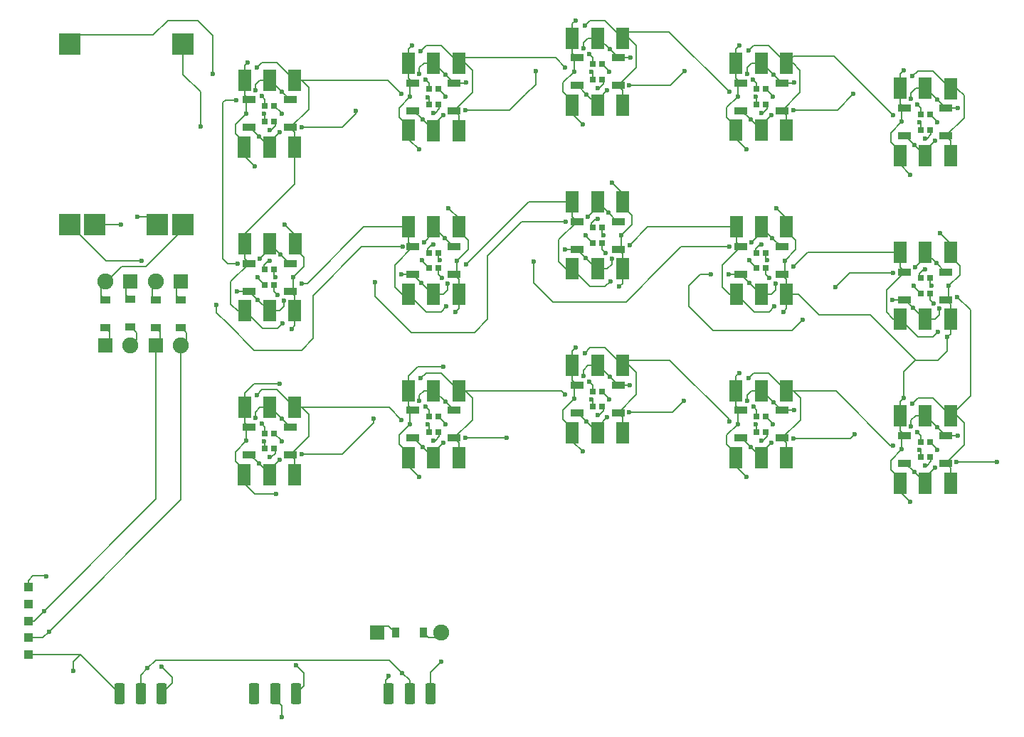
<source format=gbr>
%TF.GenerationSoftware,KiCad,Pcbnew,8.0.4+1*%
%TF.CreationDate,2024-08-17T00:02:36-04:00*%
%TF.ProjectId,iyada_baseplate,69796164-615f-4626-9173-65706c617465,rev?*%
%TF.SameCoordinates,Original*%
%TF.FileFunction,Copper,L1,Top*%
%TF.FilePolarity,Positive*%
%FSLAX46Y46*%
G04 Gerber Fmt 4.6, Leading zero omitted, Abs format (unit mm)*
G04 Created by KiCad (PCBNEW 8.0.4+1) date 2024-08-17 00:02:36*
%MOMM*%
%LPD*%
G01*
G04 APERTURE LIST*
G04 Aperture macros list*
%AMRoundRect*
0 Rectangle with rounded corners*
0 $1 Rounding radius*
0 $2 $3 $4 $5 $6 $7 $8 $9 X,Y pos of 4 corners*
0 Add a 4 corners polygon primitive as box body*
4,1,4,$2,$3,$4,$5,$6,$7,$8,$9,$2,$3,0*
0 Add four circle primitives for the rounded corners*
1,1,$1+$1,$2,$3*
1,1,$1+$1,$4,$5*
1,1,$1+$1,$6,$7*
1,1,$1+$1,$8,$9*
0 Add four rect primitives between the rounded corners*
20,1,$1+$1,$2,$3,$4,$5,0*
20,1,$1+$1,$4,$5,$6,$7,0*
20,1,$1+$1,$6,$7,$8,$9,0*
20,1,$1+$1,$8,$9,$2,$3,0*%
G04 Aperture macros list end*
%TA.AperFunction,NonConductor*%
%ADD10C,0.200000*%
%TD*%
%TA.AperFunction,SMDPad,CuDef*%
%ADD11R,1.500000X2.500000*%
%TD*%
%TA.AperFunction,SMDPad,CuDef*%
%ADD12R,1.500000X0.900000*%
%TD*%
%TA.AperFunction,SMDPad,CuDef*%
%ADD13R,0.700000X0.700000*%
%TD*%
%TA.AperFunction,SMDPad,CuDef*%
%ADD14R,1.000000X1.000000*%
%TD*%
%TA.AperFunction,SMDPad,CuDef*%
%ADD15RoundRect,0.250000X-0.375000X-1.000000X0.375000X-1.000000X0.375000X1.000000X-0.375000X1.000000X0*%
%TD*%
%TA.AperFunction,ComponentPad*%
%ADD16R,1.778000X1.778000*%
%TD*%
%TA.AperFunction,SMDPad,CuDef*%
%ADD17R,1.200000X0.900000*%
%TD*%
%TA.AperFunction,ComponentPad*%
%ADD18C,1.905000*%
%TD*%
%TA.AperFunction,SMDPad,CuDef*%
%ADD19R,2.500000X2.500000*%
%TD*%
%TA.AperFunction,SMDPad,CuDef*%
%ADD20R,0.900000X1.200000*%
%TD*%
%TA.AperFunction,ViaPad*%
%ADD21C,0.600000*%
%TD*%
%TA.AperFunction,Conductor*%
%ADD22C,0.200000*%
%TD*%
G04 APERTURE END LIST*
D10*
X169500000Y-77250000D02*
X169905000Y-77190000D01*
D11*
%TO.P,,1*%
%TO.N,GND*%
X97556000Y-81743000D03*
%TD*%
%TO.P,,1*%
%TO.N,GND*%
X136546000Y-68748000D03*
%TD*%
%TO.P,,1*%
%TO.N,P30*%
X120046000Y-79748000D03*
%TD*%
%TO.P,,1*%
%TO.N,LED1*%
X159036000Y-99250000D03*
%TD*%
D12*
%TO.P,REF\u002A\u002A,1*%
%TO.N,5V*%
X141991000Y-74399000D03*
%TO.P,REF\u002A\u002A,2*%
%TO.N,LED8*%
X141991000Y-71099000D03*
%TO.P,REF\u002A\u002A,3*%
%TO.N,GND*%
X137091000Y-71099000D03*
%TO.P,REF\u002A\u002A,4*%
%TO.N,LED7*%
X137091000Y-74399000D03*
%TD*%
D11*
%TO.P,,1*%
%TO.N,GND*%
X123026000Y-91250000D03*
%TD*%
D13*
%TO.P,REF\u002A\u002A,1*%
%TO.N,LED1*%
X138991000Y-73664000D03*
%TO.P,REF\u002A\u002A,2*%
%TO.N,GND*%
X140091000Y-73664000D03*
%TO.P,REF\u002A\u002A,3*%
%TO.N,P30*%
X140091000Y-71834000D03*
%TO.P,REF\u002A\u002A,4*%
%TO.N,5V*%
X138991000Y-71834000D03*
%TD*%
D11*
%TO.P,,1*%
%TO.N,LED1*%
X120036000Y-60250000D03*
%TD*%
%TO.P,,1*%
%TO.N,5V*%
X162041000Y-79748000D03*
%TD*%
%TO.P,,1*%
%TO.N,GND*%
X175546000Y-74748000D03*
%TD*%
D13*
%TO.P,REF\u002A\u002A,1*%
%TO.N,LED1*%
X179091000Y-97339000D03*
%TO.P,REF\u002A\u002A,2*%
%TO.N,GND*%
X177991000Y-97339000D03*
%TO.P,REF\u002A\u002A,3*%
%TO.N,P30*%
X177991000Y-99169000D03*
%TO.P,REF\u002A\u002A,4*%
%TO.N,5V*%
X179091000Y-99169000D03*
%TD*%
D11*
%TO.P,,1*%
%TO.N,GND*%
X175556000Y-82743000D03*
%TD*%
%TO.P,,1*%
%TO.N,5V*%
X181551000Y-74753000D03*
%TD*%
%TO.P,,1*%
%TO.N,LED1*%
X120046000Y-71748000D03*
%TD*%
%TO.P,,1*%
%TO.N,LED1*%
X120036000Y-99245000D03*
%TD*%
%TO.P,,1*%
%TO.N,LED7*%
X159046000Y-71748000D03*
%TD*%
%TO.P,,1*%
%TO.N,LED1*%
X120046000Y-71748000D03*
%TD*%
D13*
%TO.P,REF\u002A\u002A,1*%
%TO.N,LED13*%
X140090000Y-52334000D03*
%TO.P,REF\u002A\u002A,2*%
%TO.N,GND*%
X138990000Y-52334000D03*
%TO.P,REF\u002A\u002A,3*%
%TO.N,LED12*%
X138990000Y-54164000D03*
%TO.P,REF\u002A\u002A,4*%
%TO.N,5V*%
X140090000Y-54164000D03*
%TD*%
D12*
%TO.P,REF\u002A\u002A,1*%
%TO.N,5V*%
X102991000Y-79399000D03*
%TO.P,REF\u002A\u002A,2*%
%TO.N,LED1*%
X102991000Y-76099000D03*
%TO.P,REF\u002A\u002A,3*%
%TO.N,GND*%
X98091000Y-76099000D03*
%TO.P,REF\u002A\u002A,4*%
%TO.N,P30*%
X98091000Y-79399000D03*
%TD*%
%TO.P,REF\u002A\u002A,1*%
%TO.N,5V*%
X117591000Y-93594000D03*
%TO.P,REF\u002A\u002A,2*%
%TO.N,LED1*%
X117591000Y-96894000D03*
%TO.P,REF\u002A\u002A,3*%
%TO.N,GND*%
X122491000Y-96894000D03*
%TO.P,REF\u002A\u002A,4*%
%TO.N,P30*%
X122491000Y-93594000D03*
%TD*%
%TO.P,REF\u002A\u002A,1*%
%TO.N,5V*%
X117591000Y-54599000D03*
%TO.P,REF\u002A\u002A,2*%
%TO.N,LED1*%
X117591000Y-57899000D03*
%TO.P,REF\u002A\u002A,3*%
%TO.N,GND*%
X122491000Y-57899000D03*
%TO.P,REF\u002A\u002A,4*%
%TO.N,P30*%
X122491000Y-54599000D03*
%TD*%
D13*
%TO.P,REF\u002A\u002A,1*%
%TO.N,LED3*%
X140091000Y-91334000D03*
%TO.P,REF\u002A\u002A,2*%
%TO.N,GND*%
X138991000Y-91334000D03*
%TO.P,REF\u002A\u002A,3*%
%TO.N,LED2*%
X138991000Y-93164000D03*
%TO.P,REF\u002A\u002A,4*%
%TO.N,5V*%
X140091000Y-93164000D03*
%TD*%
D11*
%TO.P,,1*%
%TO.N,5V*%
X162051000Y-71753000D03*
%TD*%
%TO.P,,1*%
%TO.N,GND*%
X181536000Y-102255000D03*
%TD*%
%TO.P,,1*%
%TO.N,LED3*%
X159036000Y-91250000D03*
%TD*%
%TO.P,,1*%
%TO.N,GND*%
X181526000Y-55255000D03*
%TD*%
%TO.P,,1*%
%TO.N,GND*%
X142536000Y-96250000D03*
%TD*%
%TO.P,,1*%
%TO.N,LED12*%
X139535000Y-49250000D03*
%TD*%
%TO.P,,1*%
%TO.N,5V*%
X181541000Y-82748000D03*
%TD*%
%TO.P,,1*%
%TO.N,5V*%
X156026000Y-60240000D03*
%TD*%
D14*
%TO.P,REF\u002A\u002A,1*%
%TO.N,GND*%
X71855000Y-120675000D03*
%TD*%
D11*
%TO.P,,1*%
%TO.N,P30*%
X178536000Y-94255000D03*
%TD*%
%TO.P,,1*%
%TO.N,5V*%
X142551000Y-68753000D03*
%TD*%
D12*
%TO.P,REF\u002A\u002A,1*%
%TO.N,5V*%
X98091000Y-56599000D03*
%TO.P,REF\u002A\u002A,2*%
%TO.N,LED1*%
X98091000Y-59899000D03*
%TO.P,REF\u002A\u002A,3*%
%TO.N,GND*%
X102991000Y-59899000D03*
%TO.P,REF\u002A\u002A,4*%
%TO.N,P30*%
X102991000Y-56599000D03*
%TD*%
D11*
%TO.P,,1*%
%TO.N,GND*%
X181536000Y-102255000D03*
%TD*%
D13*
%TO.P,REF\u002A\u002A,1*%
%TO.N,LED1*%
X159591000Y-94334000D03*
%TO.P,REF\u002A\u002A,2*%
%TO.N,GND*%
X158491000Y-94334000D03*
%TO.P,REF\u002A\u002A,3*%
%TO.N,P30*%
X158491000Y-96164000D03*
%TO.P,REF\u002A\u002A,4*%
%TO.N,5V*%
X159591000Y-96164000D03*
%TD*%
D11*
%TO.P,,1*%
%TO.N,GND*%
X142526000Y-88255000D03*
%TD*%
D13*
%TO.P,REF\u002A\u002A,1*%
%TO.N,LED1*%
X177991000Y-79664000D03*
%TO.P,REF\u002A\u002A,2*%
%TO.N,GND*%
X179091000Y-79664000D03*
%TO.P,REF\u002A\u002A,3*%
%TO.N,P30*%
X179091000Y-77834000D03*
%TO.P,REF\u002A\u002A,4*%
%TO.N,5V*%
X177991000Y-77834000D03*
%TD*%
D11*
%TO.P,,1*%
%TO.N,LED5*%
X178546000Y-82748000D03*
%TD*%
%TO.P,,1*%
%TO.N,5V*%
X136540000Y-49250000D03*
%TD*%
D12*
%TO.P,REF\u002A\u002A,1*%
%TO.N,5V*%
X137090000Y-51599000D03*
%TO.P,REF\u002A\u002A,2*%
%TO.N,LED13*%
X137090000Y-54899000D03*
%TO.P,REF\u002A\u002A,3*%
%TO.N,GND*%
X141990000Y-54899000D03*
%TO.P,REF\u002A\u002A,4*%
%TO.N,LED12*%
X141990000Y-51599000D03*
%TD*%
%TO.P,REF\u002A\u002A,1*%
%TO.N,5V*%
X156586000Y-54594000D03*
%TO.P,REF\u002A\u002A,2*%
%TO.N,LED14*%
X156586000Y-57894000D03*
%TO.P,REF\u002A\u002A,3*%
%TO.N,GND*%
X161486000Y-57894000D03*
%TO.P,REF\u002A\u002A,4*%
%TO.N,LED13*%
X161486000Y-54594000D03*
%TD*%
D11*
%TO.P,,1*%
%TO.N,LED15*%
X178536000Y-63250000D03*
%TD*%
D12*
%TO.P,REF\u002A\u002A,1*%
%TO.N,5V*%
X156591000Y-93599000D03*
%TO.P,REF\u002A\u002A,2*%
%TO.N,LED1*%
X156591000Y-96899000D03*
%TO.P,REF\u002A\u002A,3*%
%TO.N,GND*%
X161491000Y-96899000D03*
%TO.P,REF\u002A\u002A,4*%
%TO.N,P30*%
X161491000Y-93599000D03*
%TD*%
D11*
%TO.P,,1*%
%TO.N,5V*%
X175541000Y-55250000D03*
%TD*%
%TO.P,,1*%
%TO.N,5V*%
X123041000Y-79748000D03*
%TD*%
%TO.P,,1*%
%TO.N,GND*%
X136556000Y-76743000D03*
%TD*%
%TO.P,,1*%
%TO.N,GND*%
X175546000Y-74748000D03*
%TD*%
%TO.P,,1*%
%TO.N,5V*%
X103541000Y-81748000D03*
%TD*%
%TO.P,,1*%
%TO.N,LED8*%
X139546000Y-68748000D03*
%TD*%
%TO.P,,1*%
%TO.N,GND*%
X142525000Y-49255000D03*
%TD*%
D12*
%TO.P,REF\u002A\u002A,1*%
%TO.N,5V*%
X156591000Y-93599000D03*
%TO.P,REF\u002A\u002A,2*%
%TO.N,LED4*%
X156591000Y-96899000D03*
%TO.P,REF\u002A\u002A,3*%
%TO.N,GND*%
X161491000Y-96899000D03*
%TO.P,REF\u002A\u002A,4*%
%TO.N,LED3*%
X161491000Y-93599000D03*
%TD*%
D11*
%TO.P,,1*%
%TO.N,GND*%
X142535000Y-57250000D03*
%TD*%
%TO.P,,1*%
%TO.N,LED3*%
X139536000Y-96250000D03*
%TD*%
%TO.P,,1*%
%TO.N,5V*%
X97541000Y-54250000D03*
%TD*%
%TO.P,,1*%
%TO.N,5V*%
X162051000Y-71753000D03*
%TD*%
%TO.P,,1*%
%TO.N,GND*%
X103536000Y-101250000D03*
%TD*%
%TO.P,,1*%
%TO.N,5V*%
X117041000Y-52250000D03*
%TD*%
%TO.P,,1*%
%TO.N,5V*%
X97541000Y-93250000D03*
%TD*%
%TO.P,,1*%
%TO.N,GND*%
X103536000Y-62250000D03*
%TD*%
%TO.P,,1*%
%TO.N,5V*%
X97531000Y-101245000D03*
%TD*%
%TO.P,,1*%
%TO.N,GND*%
X103526000Y-54255000D03*
%TD*%
%TO.P,,1*%
%TO.N,LED9*%
X120046000Y-71748000D03*
%TD*%
%TO.P,,1*%
%TO.N,LED14*%
X159031000Y-60245000D03*
%TD*%
D12*
%TO.P,REF\u002A\u002A,1*%
%TO.N,5V*%
X176091000Y-96604000D03*
%TO.P,REF\u002A\u002A,2*%
%TO.N,LED1*%
X176091000Y-99904000D03*
%TO.P,REF\u002A\u002A,3*%
%TO.N,GND*%
X180991000Y-99904000D03*
%TO.P,REF\u002A\u002A,4*%
%TO.N,P30*%
X180991000Y-96604000D03*
%TD*%
D11*
%TO.P,,1*%
%TO.N,GND*%
X156046000Y-71748000D03*
%TD*%
%TO.P,,1*%
%TO.N,GND*%
X97546000Y-73748000D03*
%TD*%
D14*
%TO.P,REF\u002A\u002A,1*%
%TO.N,5V*%
X71855000Y-122675000D03*
%TD*%
D15*
%TO.P,REF\u002A\u002A,1*%
%TO.N,5V*%
X98680000Y-127320000D03*
%TO.P,REF\u002A\u002A,2*%
X101180000Y-127320000D03*
%TO.P,REF\u002A\u002A,3*%
X103680000Y-127320000D03*
%TD*%
D11*
%TO.P,,1*%
%TO.N,5V*%
X142541000Y-76748000D03*
%TD*%
%TO.P,,1*%
%TO.N,5V*%
X175531000Y-63245000D03*
%TD*%
%TO.P,,1*%
%TO.N,5V*%
X136540000Y-49250000D03*
%TD*%
%TO.P,,1*%
%TO.N,GND*%
X142535000Y-57250000D03*
%TD*%
%TO.P,,1*%
%TO.N,5V*%
X103551000Y-73753000D03*
%TD*%
%TO.P,,1*%
%TO.N,5V*%
X156026000Y-60240000D03*
%TD*%
D13*
%TO.P,REF\u002A\u002A,1*%
%TO.N,LED4*%
X159591000Y-94334000D03*
%TO.P,REF\u002A\u002A,2*%
%TO.N,GND*%
X158491000Y-94334000D03*
%TO.P,REF\u002A\u002A,3*%
%TO.N,LED3*%
X158491000Y-96164000D03*
%TO.P,REF\u002A\u002A,4*%
%TO.N,5V*%
X159591000Y-96164000D03*
%TD*%
D12*
%TO.P,REF\u002A\u002A,1*%
%TO.N,5V*%
X122491000Y-77399000D03*
%TO.P,REF\u002A\u002A,2*%
%TO.N,LED9*%
X122491000Y-74099000D03*
%TO.P,REF\u002A\u002A,3*%
%TO.N,GND*%
X117591000Y-74099000D03*
%TO.P,REF\u002A\u002A,4*%
%TO.N,LED8*%
X117591000Y-77399000D03*
%TD*%
D11*
%TO.P,,1*%
%TO.N,5V*%
X103551000Y-73753000D03*
%TD*%
%TO.P,,1*%
%TO.N,LED1*%
X139535000Y-57250000D03*
%TD*%
%TO.P,,1*%
%TO.N,GND*%
X117046000Y-71748000D03*
%TD*%
%TO.P,,1*%
%TO.N,GND*%
X142526000Y-88255000D03*
%TD*%
%TO.P,,1*%
%TO.N,P30*%
X100536000Y-54250000D03*
%TD*%
%TO.P,,1*%
%TO.N,5V*%
X123051000Y-71753000D03*
%TD*%
D13*
%TO.P,REF\u002A\u002A,1*%
%TO.N,LED1*%
X140091000Y-91334000D03*
%TO.P,REF\u002A\u002A,2*%
%TO.N,GND*%
X138991000Y-91334000D03*
%TO.P,REF\u002A\u002A,3*%
%TO.N,P30*%
X138991000Y-93164000D03*
%TO.P,REF\u002A\u002A,4*%
%TO.N,5V*%
X140091000Y-93164000D03*
%TD*%
D11*
%TO.P,,1*%
%TO.N,5V*%
X117031000Y-99240000D03*
%TD*%
D13*
%TO.P,REF\u002A\u002A,1*%
%TO.N,LED12*%
X120591000Y-55334000D03*
%TO.P,REF\u002A\u002A,2*%
%TO.N,GND*%
X119491000Y-55334000D03*
%TO.P,REF\u002A\u002A,3*%
%TO.N,LED11*%
X119491000Y-57164000D03*
%TO.P,REF\u002A\u002A,4*%
%TO.N,5V*%
X120591000Y-57164000D03*
%TD*%
%TO.P,REF\u002A\u002A,1*%
%TO.N,LED1*%
X119491000Y-76664000D03*
%TO.P,REF\u002A\u002A,2*%
%TO.N,GND*%
X120591000Y-76664000D03*
%TO.P,REF\u002A\u002A,3*%
%TO.N,P30*%
X120591000Y-74834000D03*
%TO.P,REF\u002A\u002A,4*%
%TO.N,5V*%
X119491000Y-74834000D03*
%TD*%
D11*
%TO.P,,1*%
%TO.N,5V*%
X97531000Y-62245000D03*
%TD*%
%TO.P,,1*%
%TO.N,GND*%
X123036000Y-99245000D03*
%TD*%
D13*
%TO.P,REF\u002A\u002A,1*%
%TO.N,LED11*%
X101091000Y-57334000D03*
%TO.P,REF\u002A\u002A,2*%
%TO.N,GND*%
X99991000Y-57334000D03*
%TO.P,REF\u002A\u002A,3*%
%TO.N,LED10*%
X99991000Y-59164000D03*
%TO.P,REF\u002A\u002A,4*%
%TO.N,5V*%
X101091000Y-59164000D03*
%TD*%
D11*
%TO.P,,1*%
%TO.N,5V*%
X142551000Y-68753000D03*
%TD*%
D13*
%TO.P,REF\u002A\u002A,1*%
%TO.N,LED1*%
X158491000Y-76664000D03*
%TO.P,REF\u002A\u002A,2*%
%TO.N,GND*%
X159591000Y-76664000D03*
%TO.P,REF\u002A\u002A,3*%
%TO.N,P30*%
X159591000Y-74834000D03*
%TO.P,REF\u002A\u002A,4*%
%TO.N,5V*%
X158491000Y-74834000D03*
%TD*%
D11*
%TO.P,,1*%
%TO.N,5V*%
X162041000Y-79748000D03*
%TD*%
%TO.P,,1*%
%TO.N,5V*%
X156036000Y-52245000D03*
%TD*%
D12*
%TO.P,REF\u002A\u002A,1*%
%TO.N,5V*%
X137090000Y-51599000D03*
%TO.P,REF\u002A\u002A,2*%
%TO.N,LED1*%
X137090000Y-54899000D03*
%TO.P,REF\u002A\u002A,3*%
%TO.N,GND*%
X141990000Y-54899000D03*
%TO.P,REF\u002A\u002A,4*%
%TO.N,P30*%
X141990000Y-51599000D03*
%TD*%
D11*
%TO.P,,1*%
%TO.N,P30*%
X120036000Y-91245000D03*
%TD*%
%TO.P,,1*%
%TO.N,LED1*%
X178536000Y-102255000D03*
%TD*%
%TO.P,,1*%
%TO.N,P30*%
X159031000Y-52245000D03*
%TD*%
%TO.P,,1*%
%TO.N,LED12*%
X120036000Y-60250000D03*
%TD*%
%TO.P,,1*%
%TO.N,GND*%
X142525000Y-49255000D03*
%TD*%
%TO.P,,1*%
%TO.N,GND*%
X181526000Y-94260000D03*
%TD*%
D12*
%TO.P,REF\u002A\u002A,1*%
%TO.N,5V*%
X156586000Y-54594000D03*
%TO.P,REF\u002A\u002A,2*%
%TO.N,LED1*%
X156586000Y-57894000D03*
%TO.P,REF\u002A\u002A,3*%
%TO.N,GND*%
X161486000Y-57894000D03*
%TO.P,REF\u002A\u002A,4*%
%TO.N,P30*%
X161486000Y-54594000D03*
%TD*%
D11*
%TO.P,,1*%
%TO.N,GND*%
X156046000Y-71748000D03*
%TD*%
%TO.P,,1*%
%TO.N,GND*%
X97556000Y-81743000D03*
%TD*%
D15*
%TO.P,REF\u002A\u002A,1*%
%TO.N,5V*%
X114680000Y-127320000D03*
%TO.P,REF\u002A\u002A,2*%
X117180000Y-127320000D03*
%TO.P,REF\u002A\u002A,3*%
X119680000Y-127320000D03*
%TD*%
D11*
%TO.P,,1*%
%TO.N,5V*%
X156036000Y-52245000D03*
%TD*%
%TO.P,,1*%
%TO.N,5V*%
X117041000Y-91245000D03*
%TD*%
%TO.P,,1*%
%TO.N,5V*%
X123051000Y-71753000D03*
%TD*%
%TO.P,,1*%
%TO.N,5V*%
X123051000Y-71753000D03*
%TD*%
%TO.P,,1*%
%TO.N,P30*%
X159036000Y-91250000D03*
%TD*%
%TO.P,,1*%
%TO.N,5V*%
X175531000Y-102250000D03*
%TD*%
%TO.P,,1*%
%TO.N,GND*%
X97546000Y-73748000D03*
%TD*%
%TO.P,,1*%
%TO.N,P30*%
X159046000Y-79748000D03*
%TD*%
D12*
%TO.P,REF\u002A\u002A,1*%
%TO.N,5V*%
X98091000Y-56599000D03*
%TO.P,REF\u002A\u002A,2*%
%TO.N,LED11*%
X98091000Y-59899000D03*
%TO.P,REF\u002A\u002A,3*%
%TO.N,GND*%
X102991000Y-59899000D03*
%TO.P,REF\u002A\u002A,4*%
%TO.N,LED10*%
X102991000Y-56599000D03*
%TD*%
D11*
%TO.P,,1*%
%TO.N,GND*%
X162026000Y-91255000D03*
%TD*%
%TO.P,,1*%
%TO.N,5V*%
X156031000Y-99245000D03*
%TD*%
D13*
%TO.P,REF\u002A\u002A,1*%
%TO.N,LED15*%
X179091000Y-58334000D03*
%TO.P,REF\u002A\u002A,2*%
%TO.N,GND*%
X177991000Y-58334000D03*
%TO.P,REF\u002A\u002A,3*%
%TO.N,LED14*%
X177991000Y-60164000D03*
%TO.P,REF\u002A\u002A,4*%
%TO.N,5V*%
X179091000Y-60164000D03*
%TD*%
%TO.P,REF\u002A\u002A,1*%
%TO.N,LED1*%
X120591000Y-94329000D03*
%TO.P,REF\u002A\u002A,2*%
%TO.N,GND*%
X119491000Y-94329000D03*
%TO.P,REF\u002A\u002A,3*%
%TO.N,P30*%
X119491000Y-96159000D03*
%TO.P,REF\u002A\u002A,4*%
%TO.N,5V*%
X120591000Y-96159000D03*
%TD*%
D11*
%TO.P,,1*%
%TO.N,GND*%
X117046000Y-71748000D03*
%TD*%
%TO.P,,1*%
%TO.N,GND*%
X162031000Y-60245000D03*
%TD*%
D12*
%TO.P,REF\u002A\u002A,1*%
%TO.N,5V*%
X102991000Y-79399000D03*
%TO.P,REF\u002A\u002A,2*%
%TO.N,LED10*%
X102991000Y-76099000D03*
%TO.P,REF\u002A\u002A,3*%
%TO.N,GND*%
X98091000Y-76099000D03*
%TO.P,REF\u002A\u002A,4*%
%TO.N,LED9*%
X98091000Y-79399000D03*
%TD*%
D11*
%TO.P,,1*%
%TO.N,P30*%
X120036000Y-52250000D03*
%TD*%
%TO.P,,1*%
%TO.N,LED7*%
X139546000Y-76748000D03*
%TD*%
D16*
%TO.P,D14,1*%
%TO.N,5V*%
X80980000Y-85861750D03*
D17*
X80980000Y-83701750D03*
%TO.P,D14,2*%
%TO.N,O+*%
X80980000Y-80401750D03*
D18*
X80980000Y-78241750D03*
%TD*%
D11*
%TO.P,,1*%
%TO.N,GND*%
X103526000Y-93255000D03*
%TD*%
%TO.P,,1*%
%TO.N,5V*%
X97531000Y-62245000D03*
%TD*%
%TO.P,,1*%
%TO.N,LED1*%
X139536000Y-96250000D03*
%TD*%
D13*
%TO.P,REF\u002A\u002A,1*%
%TO.N,LED1*%
X119491000Y-76664000D03*
%TO.P,REF\u002A\u002A,2*%
%TO.N,GND*%
X120591000Y-76664000D03*
%TO.P,REF\u002A\u002A,3*%
%TO.N,P30*%
X120591000Y-74834000D03*
%TO.P,REF\u002A\u002A,4*%
%TO.N,5V*%
X119491000Y-74834000D03*
%TD*%
D11*
%TO.P,,1*%
%TO.N,P30*%
X120046000Y-79748000D03*
%TD*%
%TO.P,,1*%
%TO.N,GND*%
X181536000Y-63250000D03*
%TD*%
%TO.P,,1*%
%TO.N,5V*%
X175541000Y-94255000D03*
%TD*%
D12*
%TO.P,REF\u002A\u002A,1*%
%TO.N,5V*%
X141991000Y-74399000D03*
%TO.P,REF\u002A\u002A,2*%
%TO.N,LED1*%
X141991000Y-71099000D03*
%TO.P,REF\u002A\u002A,3*%
%TO.N,GND*%
X137091000Y-71099000D03*
%TO.P,REF\u002A\u002A,4*%
%TO.N,P30*%
X137091000Y-74399000D03*
%TD*%
D11*
%TO.P,,1*%
%TO.N,P30*%
X178546000Y-82748000D03*
%TD*%
%TO.P,,1*%
%TO.N,LED4*%
X159036000Y-99250000D03*
%TD*%
%TO.P,,1*%
%TO.N,GND*%
X162021000Y-52250000D03*
%TD*%
D15*
%TO.P,REF\u002A\u002A,1*%
%TO.N,5V*%
X82680000Y-127320000D03*
%TO.P,REF\u002A\u002A,2*%
X85180000Y-127320000D03*
%TO.P,REF\u002A\u002A,3*%
X87680000Y-127320000D03*
%TD*%
D19*
%TO.P,REF\u002A\u002A,1*%
%TO.N,O-*%
X76710000Y-71430000D03*
%TD*%
D11*
%TO.P,,1*%
%TO.N,5V*%
X117031000Y-99240000D03*
%TD*%
%TO.P,,1*%
%TO.N,GND*%
X117056000Y-79743000D03*
%TD*%
%TO.P,,1*%
%TO.N,5V*%
X175541000Y-94255000D03*
%TD*%
D12*
%TO.P,REF\u002A\u002A,1*%
%TO.N,5V*%
X180991000Y-80399000D03*
%TO.P,REF\u002A\u002A,2*%
%TO.N,LED6*%
X180991000Y-77099000D03*
%TO.P,REF\u002A\u002A,3*%
%TO.N,GND*%
X176091000Y-77099000D03*
%TO.P,REF\u002A\u002A,4*%
%TO.N,LED5*%
X176091000Y-80399000D03*
%TD*%
D11*
%TO.P,,1*%
%TO.N,LED1*%
X159031000Y-60245000D03*
%TD*%
%TO.P,,1*%
%TO.N,P30*%
X100546000Y-81748000D03*
%TD*%
D16*
%TO.P,D14,1*%
%TO.N,I-*%
X89980000Y-78241750D03*
D17*
X89980000Y-80401750D03*
%TO.P,D14,2*%
%TO.N,GND*%
X89980000Y-83701750D03*
D18*
X89980000Y-85861750D03*
%TD*%
D11*
%TO.P,,1*%
%TO.N,GND*%
X103526000Y-54255000D03*
%TD*%
%TO.P,,1*%
%TO.N,LED11*%
X120036000Y-52250000D03*
%TD*%
%TO.P,,1*%
%TO.N,5V*%
X117041000Y-52250000D03*
%TD*%
%TO.P,,1*%
%TO.N,LED5*%
X178536000Y-102255000D03*
%TD*%
%TO.P,,1*%
%TO.N,GND*%
X136546000Y-68748000D03*
%TD*%
%TO.P,,1*%
%TO.N,5V*%
X136530000Y-57245000D03*
%TD*%
D14*
%TO.P,REF\u002A\u002A,1*%
%TO.N,P29*%
X71855000Y-116675000D03*
%TD*%
D11*
%TO.P,,1*%
%TO.N,P30*%
X139546000Y-76748000D03*
%TD*%
D13*
%TO.P,REF\u002A\u002A,1*%
%TO.N,LED1*%
X159586000Y-55329000D03*
%TO.P,REF\u002A\u002A,2*%
%TO.N,GND*%
X158486000Y-55329000D03*
%TO.P,REF\u002A\u002A,3*%
%TO.N,P30*%
X158486000Y-57159000D03*
%TO.P,REF\u002A\u002A,4*%
%TO.N,5V*%
X159586000Y-57159000D03*
%TD*%
%TO.P,REF\u002A\u002A,1*%
%TO.N,LED1*%
X179091000Y-58334000D03*
%TO.P,REF\u002A\u002A,2*%
%TO.N,GND*%
X177991000Y-58334000D03*
%TO.P,REF\u002A\u002A,3*%
%TO.N,P30*%
X177991000Y-60164000D03*
%TO.P,REF\u002A\u002A,4*%
%TO.N,5V*%
X179091000Y-60164000D03*
%TD*%
D12*
%TO.P,REF\u002A\u002A,1*%
%TO.N,5V*%
X98091000Y-95599000D03*
%TO.P,REF\u002A\u002A,2*%
%TO.N,LED1*%
X98091000Y-98899000D03*
%TO.P,REF\u002A\u002A,3*%
%TO.N,GND*%
X102991000Y-98899000D03*
%TO.P,REF\u002A\u002A,4*%
%TO.N,P30*%
X102991000Y-95599000D03*
%TD*%
%TO.P,REF\u002A\u002A,1*%
%TO.N,5V*%
X122491000Y-77399000D03*
%TO.P,REF\u002A\u002A,2*%
%TO.N,LED1*%
X122491000Y-74099000D03*
%TO.P,REF\u002A\u002A,3*%
%TO.N,GND*%
X117591000Y-74099000D03*
%TO.P,REF\u002A\u002A,4*%
%TO.N,P30*%
X117591000Y-77399000D03*
%TD*%
D11*
%TO.P,,1*%
%TO.N,5V*%
X136541000Y-88250000D03*
%TD*%
D13*
%TO.P,REF\u002A\u002A,1*%
%TO.N,LED2*%
X120591000Y-94329000D03*
%TO.P,REF\u002A\u002A,2*%
%TO.N,GND*%
X119491000Y-94329000D03*
%TO.P,REF\u002A\u002A,3*%
%TO.N,LED1*%
X119491000Y-96159000D03*
%TO.P,REF\u002A\u002A,4*%
%TO.N,5V*%
X120591000Y-96159000D03*
%TD*%
D11*
%TO.P,,1*%
%TO.N,GND*%
X117056000Y-79743000D03*
%TD*%
%TO.P,,1*%
%TO.N,5V*%
X136541000Y-88250000D03*
%TD*%
%TO.P,,1*%
%TO.N,GND*%
X181536000Y-63250000D03*
%TD*%
%TO.P,,1*%
%TO.N,5V*%
X97541000Y-54250000D03*
%TD*%
D12*
%TO.P,REF\u002A\u002A,1*%
%TO.N,5V*%
X117591000Y-93594000D03*
%TO.P,REF\u002A\u002A,2*%
%TO.N,LED2*%
X117591000Y-96894000D03*
%TO.P,REF\u002A\u002A,3*%
%TO.N,GND*%
X122491000Y-96894000D03*
%TO.P,REF\u002A\u002A,4*%
%TO.N,LED1*%
X122491000Y-93594000D03*
%TD*%
%TO.P,REF\u002A\u002A,1*%
%TO.N,5V*%
X137091000Y-90599000D03*
%TO.P,REF\u002A\u002A,2*%
%TO.N,LED3*%
X137091000Y-93899000D03*
%TO.P,REF\u002A\u002A,3*%
%TO.N,GND*%
X141991000Y-93899000D03*
%TO.P,REF\u002A\u002A,4*%
%TO.N,LED2*%
X141991000Y-90599000D03*
%TD*%
%TO.P,REF\u002A\u002A,1*%
%TO.N,5V*%
X161491000Y-77399000D03*
%TO.P,REF\u002A\u002A,2*%
%TO.N,LED1*%
X161491000Y-74099000D03*
%TO.P,REF\u002A\u002A,3*%
%TO.N,GND*%
X156591000Y-74099000D03*
%TO.P,REF\u002A\u002A,4*%
%TO.N,P30*%
X156591000Y-77399000D03*
%TD*%
D11*
%TO.P,,1*%
%TO.N,LED2*%
X139536000Y-88250000D03*
%TD*%
%TO.P,,1*%
%TO.N,GND*%
X136556000Y-76743000D03*
%TD*%
%TO.P,,1*%
%TO.N,GND*%
X162036000Y-99250000D03*
%TD*%
%TO.P,,1*%
%TO.N,GND*%
X117046000Y-71748000D03*
%TD*%
%TO.P,,1*%
%TO.N,5V*%
X117031000Y-60245000D03*
%TD*%
D12*
%TO.P,REF\u002A\u002A,1*%
%TO.N,5V*%
X137091000Y-90599000D03*
%TO.P,REF\u002A\u002A,2*%
%TO.N,LED1*%
X137091000Y-93899000D03*
%TO.P,REF\u002A\u002A,3*%
%TO.N,GND*%
X141991000Y-93899000D03*
%TO.P,REF\u002A\u002A,4*%
%TO.N,P30*%
X141991000Y-90599000D03*
%TD*%
%TO.P,REF\u002A\u002A,1*%
%TO.N,5V*%
X180991000Y-80399000D03*
%TO.P,REF\u002A\u002A,2*%
%TO.N,LED1*%
X180991000Y-77099000D03*
%TO.P,REF\u002A\u002A,3*%
%TO.N,GND*%
X176091000Y-77099000D03*
%TO.P,REF\u002A\u002A,4*%
%TO.N,P30*%
X176091000Y-80399000D03*
%TD*%
D11*
%TO.P,,1*%
%TO.N,5V*%
X175541000Y-55250000D03*
%TD*%
%TO.P,,1*%
%TO.N,LED4*%
X178536000Y-94255000D03*
%TD*%
%TO.P,,1*%
%TO.N,GND*%
X181526000Y-94260000D03*
%TD*%
D12*
%TO.P,REF\u002A\u002A,1*%
%TO.N,5V*%
X117591000Y-54599000D03*
%TO.P,REF\u002A\u002A,2*%
%TO.N,LED12*%
X117591000Y-57899000D03*
%TO.P,REF\u002A\u002A,3*%
%TO.N,GND*%
X122491000Y-57899000D03*
%TO.P,REF\u002A\u002A,4*%
%TO.N,LED11*%
X122491000Y-54599000D03*
%TD*%
D11*
%TO.P,,1*%
%TO.N,5V*%
X175531000Y-63245000D03*
%TD*%
%TO.P,,1*%
%TO.N,5V*%
X103541000Y-81748000D03*
%TD*%
%TO.P,,1*%
%TO.N,GND*%
X162026000Y-91255000D03*
%TD*%
D13*
%TO.P,REF\u002A\u002A,1*%
%TO.N,LED8*%
X138991000Y-73664000D03*
%TO.P,REF\u002A\u002A,2*%
%TO.N,GND*%
X140091000Y-73664000D03*
%TO.P,REF\u002A\u002A,3*%
%TO.N,LED7*%
X140091000Y-71834000D03*
%TO.P,REF\u002A\u002A,4*%
%TO.N,5V*%
X138991000Y-71834000D03*
%TD*%
D19*
%TO.P,REF\u002A\u002A,1*%
%TO.N,I-*%
X76710000Y-49940000D03*
%TD*%
D11*
%TO.P,,1*%
%TO.N,5V*%
X123041000Y-79748000D03*
%TD*%
%TO.P,,1*%
%TO.N,LED1*%
X139546000Y-68748000D03*
%TD*%
%TO.P,,1*%
%TO.N,LED13*%
X159031000Y-52245000D03*
%TD*%
D12*
%TO.P,REF\u002A\u002A,1*%
%TO.N,5V*%
X122491000Y-77399000D03*
%TO.P,REF\u002A\u002A,2*%
%TO.N,LED1*%
X122491000Y-74099000D03*
%TO.P,REF\u002A\u002A,3*%
%TO.N,GND*%
X117591000Y-74099000D03*
%TO.P,REF\u002A\u002A,4*%
%TO.N,P30*%
X117591000Y-77399000D03*
%TD*%
D11*
%TO.P,,1*%
%TO.N,P30*%
X139535000Y-49250000D03*
%TD*%
%TO.P,,1*%
%TO.N,LED1*%
X120036000Y-91245000D03*
%TD*%
D14*
%TO.P,REF\u002A\u002A,1*%
%TO.N,P30*%
X71855000Y-114675000D03*
%TD*%
D11*
%TO.P,,1*%
%TO.N,LED10*%
X100536000Y-54250000D03*
%TD*%
%TO.P,,1*%
%TO.N,GND*%
X103536000Y-62250000D03*
%TD*%
%TO.P,,1*%
%TO.N,GND*%
X162021000Y-52250000D03*
%TD*%
%TO.P,,1*%
%TO.N,5V*%
X117041000Y-91245000D03*
%TD*%
%TO.P,,1*%
%TO.N,GND*%
X181526000Y-55255000D03*
%TD*%
%TO.P,,1*%
%TO.N,LED11*%
X100536000Y-62250000D03*
%TD*%
%TO.P,,1*%
%TO.N,GND*%
X123036000Y-60250000D03*
%TD*%
%TO.P,,1*%
%TO.N,GND*%
X123036000Y-99245000D03*
%TD*%
%TO.P,,1*%
%TO.N,GND*%
X175556000Y-82743000D03*
%TD*%
%TO.P,,1*%
%TO.N,LED6*%
X159046000Y-79748000D03*
%TD*%
%TO.P,,1*%
%TO.N,LED2*%
X120036000Y-99245000D03*
%TD*%
%TO.P,,1*%
%TO.N,LED1*%
X159046000Y-71748000D03*
%TD*%
D12*
%TO.P,REF\u002A\u002A,1*%
%TO.N,5V*%
X176091000Y-57599000D03*
%TO.P,REF\u002A\u002A,2*%
%TO.N,LED1*%
X176091000Y-60899000D03*
%TO.P,REF\u002A\u002A,3*%
%TO.N,GND*%
X180991000Y-60899000D03*
%TO.P,REF\u002A\u002A,4*%
%TO.N,P30*%
X180991000Y-57599000D03*
%TD*%
D13*
%TO.P,REF\u002A\u002A,1*%
%TO.N,LED7*%
X158491000Y-76664000D03*
%TO.P,REF\u002A\u002A,2*%
%TO.N,GND*%
X159591000Y-76664000D03*
%TO.P,REF\u002A\u002A,3*%
%TO.N,LED6*%
X159591000Y-74834000D03*
%TO.P,REF\u002A\u002A,4*%
%TO.N,5V*%
X158491000Y-74834000D03*
%TD*%
D11*
%TO.P,,1*%
%TO.N,5V*%
X181541000Y-82748000D03*
%TD*%
%TO.P,,1*%
%TO.N,P30*%
X100536000Y-93250000D03*
%TD*%
%TO.P,,1*%
%TO.N,LED10*%
X100546000Y-73748000D03*
%TD*%
%TO.P,,1*%
%TO.N,P30*%
X139536000Y-88250000D03*
%TD*%
D13*
%TO.P,REF\u002A\u002A,1*%
%TO.N,LED1*%
X101091000Y-96334000D03*
%TO.P,REF\u002A\u002A,2*%
%TO.N,GND*%
X99991000Y-96334000D03*
%TO.P,REF\u002A\u002A,3*%
%TO.N,P30*%
X99991000Y-98164000D03*
%TO.P,REF\u002A\u002A,4*%
%TO.N,5V*%
X101091000Y-98164000D03*
%TD*%
D19*
%TO.P,REF\u002A\u002A,1*%
%TO.N,O+*%
X90210000Y-71430000D03*
%TD*%
D11*
%TO.P,,1*%
%TO.N,5V*%
X175531000Y-102250000D03*
%TD*%
D14*
%TO.P,REF\u002A\u002A,1*%
%TO.N,3V*%
X71855000Y-118675000D03*
%TD*%
D13*
%TO.P,REF\u002A\u002A,1*%
%TO.N,LED1*%
X120591000Y-55334000D03*
%TO.P,REF\u002A\u002A,2*%
%TO.N,GND*%
X119491000Y-55334000D03*
%TO.P,REF\u002A\u002A,3*%
%TO.N,P30*%
X119491000Y-57164000D03*
%TO.P,REF\u002A\u002A,4*%
%TO.N,5V*%
X120591000Y-57164000D03*
%TD*%
D16*
%TO.P,D14,1*%
%TO.N,O-*%
X83980000Y-78210000D03*
D17*
X83980000Y-80370000D03*
%TO.P,D14,2*%
%TO.N,GND*%
X83980000Y-83670000D03*
D18*
X83980000Y-85830000D03*
%TD*%
D19*
%TO.P,REF\u002A\u002A,1*%
%TO.N,B-*%
X79715000Y-71430000D03*
%TD*%
D11*
%TO.P,,1*%
%TO.N,5V*%
X156041000Y-91250000D03*
%TD*%
%TO.P,,1*%
%TO.N,LED1*%
X100546000Y-73748000D03*
%TD*%
%TO.P,,1*%
%TO.N,LED1*%
X100536000Y-62250000D03*
%TD*%
%TO.P,,1*%
%TO.N,GND*%
X123026000Y-52255000D03*
%TD*%
D13*
%TO.P,REF\u002A\u002A,1*%
%TO.N,LED5*%
X179091000Y-97339000D03*
%TO.P,REF\u002A\u002A,2*%
%TO.N,GND*%
X177991000Y-97339000D03*
%TO.P,REF\u002A\u002A,3*%
%TO.N,LED4*%
X177991000Y-99169000D03*
%TO.P,REF\u002A\u002A,4*%
%TO.N,5V*%
X179091000Y-99169000D03*
%TD*%
D11*
%TO.P,,1*%
%TO.N,GND*%
X142536000Y-96250000D03*
%TD*%
%TO.P,,1*%
%TO.N,5V*%
X136531000Y-96245000D03*
%TD*%
%TO.P,,1*%
%TO.N,GND*%
X123036000Y-60250000D03*
%TD*%
%TO.P,,1*%
%TO.N,GND*%
X162036000Y-99250000D03*
%TD*%
D13*
%TO.P,REF\u002A\u002A,1*%
%TO.N,LED10*%
X99991000Y-78664000D03*
%TO.P,REF\u002A\u002A,2*%
%TO.N,GND*%
X101091000Y-78664000D03*
%TO.P,REF\u002A\u002A,3*%
%TO.N,LED9*%
X101091000Y-76834000D03*
%TO.P,REF\u002A\u002A,4*%
%TO.N,5V*%
X99991000Y-76834000D03*
%TD*%
D11*
%TO.P,,1*%
%TO.N,5V*%
X136530000Y-57245000D03*
%TD*%
%TO.P,,1*%
%TO.N,5V*%
X156041000Y-91250000D03*
%TD*%
%TO.P,,1*%
%TO.N,5V*%
X136531000Y-96245000D03*
%TD*%
%TO.P,,1*%
%TO.N,LED9*%
X100546000Y-81748000D03*
%TD*%
D12*
%TO.P,REF\u002A\u002A,1*%
%TO.N,5V*%
X176091000Y-57599000D03*
%TO.P,REF\u002A\u002A,2*%
%TO.N,LED15*%
X176091000Y-60899000D03*
%TO.P,REF\u002A\u002A,3*%
%TO.N,GND*%
X180991000Y-60899000D03*
%TO.P,REF\u002A\u002A,4*%
%TO.N,LED14*%
X180991000Y-57599000D03*
%TD*%
D19*
%TO.P,REF\u002A\u002A,1*%
%TO.N,B+*%
X87205000Y-71430000D03*
%TD*%
D16*
%TO.P,D14,1*%
%TO.N,5V*%
X113338250Y-120070000D03*
D20*
X115498250Y-120070000D03*
%TO.P,D14,2*%
X118798250Y-120070000D03*
D18*
X120958250Y-120070000D03*
%TD*%
D11*
%TO.P,,1*%
%TO.N,5V*%
X181551000Y-74753000D03*
%TD*%
D13*
%TO.P,REF\u002A\u002A,1*%
%TO.N,LED1*%
X140090000Y-52334000D03*
%TO.P,REF\u002A\u002A,2*%
%TO.N,GND*%
X138990000Y-52334000D03*
%TO.P,REF\u002A\u002A,3*%
%TO.N,P30*%
X138990000Y-54164000D03*
%TO.P,REF\u002A\u002A,4*%
%TO.N,5V*%
X140090000Y-54164000D03*
%TD*%
D11*
%TO.P,,1*%
%TO.N,GND*%
X162031000Y-60245000D03*
%TD*%
%TO.P,,1*%
%TO.N,5V*%
X156031000Y-99245000D03*
%TD*%
%TO.P,,1*%
%TO.N,LED1*%
X178536000Y-63250000D03*
%TD*%
D16*
%TO.P,D14,1*%
%TO.N,3V*%
X86980000Y-85861750D03*
D17*
X86980000Y-83701750D03*
%TO.P,D14,2*%
%TO.N,I+*%
X86980000Y-80401750D03*
D18*
X86980000Y-78241750D03*
%TD*%
D13*
%TO.P,REF\u002A\u002A,1*%
%TO.N,LED1*%
X99991000Y-78664000D03*
%TO.P,REF\u002A\u002A,2*%
%TO.N,GND*%
X101091000Y-78664000D03*
%TO.P,REF\u002A\u002A,3*%
%TO.N,P30*%
X101091000Y-76834000D03*
%TO.P,REF\u002A\u002A,4*%
%TO.N,5V*%
X99991000Y-76834000D03*
%TD*%
D12*
%TO.P,REF\u002A\u002A,1*%
%TO.N,5V*%
X176091000Y-96604000D03*
%TO.P,REF\u002A\u002A,2*%
%TO.N,LED5*%
X176091000Y-99904000D03*
%TO.P,REF\u002A\u002A,3*%
%TO.N,GND*%
X180991000Y-99904000D03*
%TO.P,REF\u002A\u002A,4*%
%TO.N,LED4*%
X180991000Y-96604000D03*
%TD*%
D11*
%TO.P,,1*%
%TO.N,LED13*%
X139535000Y-57250000D03*
%TD*%
%TO.P,,1*%
%TO.N,LED1*%
X100536000Y-101250000D03*
%TD*%
D13*
%TO.P,REF\u002A\u002A,1*%
%TO.N,LED1*%
X101091000Y-57334000D03*
%TO.P,REF\u002A\u002A,2*%
%TO.N,GND*%
X99991000Y-57334000D03*
%TO.P,REF\u002A\u002A,3*%
%TO.N,P30*%
X99991000Y-59164000D03*
%TO.P,REF\u002A\u002A,4*%
%TO.N,5V*%
X101091000Y-59164000D03*
%TD*%
D11*
%TO.P,,1*%
%TO.N,GND*%
X156056000Y-79743000D03*
%TD*%
D19*
%TO.P,REF\u002A\u002A,1*%
%TO.N,I+*%
X90210000Y-49940000D03*
%TD*%
D11*
%TO.P,,1*%
%TO.N,5V*%
X117031000Y-60245000D03*
%TD*%
%TO.P,,1*%
%TO.N,P30*%
X178536000Y-55250000D03*
%TD*%
%TO.P,,1*%
%TO.N,5V*%
X123041000Y-79748000D03*
%TD*%
%TO.P,,1*%
%TO.N,LED14*%
X178536000Y-55250000D03*
%TD*%
%TO.P,,1*%
%TO.N,GND*%
X123026000Y-91250000D03*
%TD*%
D13*
%TO.P,REF\u002A\u002A,1*%
%TO.N,LED9*%
X119491000Y-76664000D03*
%TO.P,REF\u002A\u002A,2*%
%TO.N,GND*%
X120591000Y-76664000D03*
%TO.P,REF\u002A\u002A,3*%
%TO.N,LED8*%
X120591000Y-74834000D03*
%TO.P,REF\u002A\u002A,4*%
%TO.N,5V*%
X119491000Y-74834000D03*
%TD*%
%TO.P,REF\u002A\u002A,1*%
%TO.N,LED6*%
X177991000Y-79664000D03*
%TO.P,REF\u002A\u002A,2*%
%TO.N,GND*%
X179091000Y-79664000D03*
%TO.P,REF\u002A\u002A,3*%
%TO.N,LED5*%
X179091000Y-77834000D03*
%TO.P,REF\u002A\u002A,4*%
%TO.N,5V*%
X177991000Y-77834000D03*
%TD*%
%TO.P,REF\u002A\u002A,1*%
%TO.N,LED14*%
X159586000Y-55329000D03*
%TO.P,REF\u002A\u002A,2*%
%TO.N,GND*%
X158486000Y-55329000D03*
%TO.P,REF\u002A\u002A,3*%
%TO.N,LED13*%
X158486000Y-57159000D03*
%TO.P,REF\u002A\u002A,4*%
%TO.N,5V*%
X159586000Y-57159000D03*
%TD*%
D11*
%TO.P,,1*%
%TO.N,5V*%
X142541000Y-76748000D03*
%TD*%
%TO.P,,1*%
%TO.N,LED8*%
X120046000Y-79748000D03*
%TD*%
%TO.P,,1*%
%TO.N,GND*%
X156056000Y-79743000D03*
%TD*%
%TO.P,,1*%
%TO.N,GND*%
X117056000Y-79743000D03*
%TD*%
%TO.P,,1*%
%TO.N,LED1*%
X178546000Y-74748000D03*
%TD*%
%TO.P,,1*%
%TO.N,GND*%
X123026000Y-52255000D03*
%TD*%
%TO.P,,1*%
%TO.N,LED6*%
X178546000Y-74748000D03*
%TD*%
D21*
%TO.N,P30*%
X155110000Y-77385000D03*
X153045000Y-77380000D03*
%TO.N,GND*%
X138020000Y-86765000D03*
X143372000Y-73900000D03*
X116210000Y-55890000D03*
X160007000Y-77828000D03*
X102062000Y-83233000D03*
X99575000Y-95170000D03*
X182372000Y-80090000D03*
X177575000Y-57170000D03*
X158070000Y-54165000D03*
X118520000Y-89760000D03*
X162872000Y-76425000D03*
X174710000Y-58445000D03*
X157515000Y-50760000D03*
X123872000Y-76240000D03*
X121007000Y-77828000D03*
X158075000Y-93170000D03*
X180062000Y-84233000D03*
X155205000Y-55660000D03*
X99020000Y-91765000D03*
X141062000Y-78233000D03*
X101507000Y-79828000D03*
X99020000Y-52765000D03*
X177020000Y-53765000D03*
X174710000Y-97755000D03*
X99575000Y-56170000D03*
X118520000Y-50765000D03*
X116210000Y-94735000D03*
X179507000Y-80828000D03*
X157520000Y-89765000D03*
X177575000Y-96175000D03*
X121562000Y-81233000D03*
X138019000Y-47765000D03*
X138574000Y-51170000D03*
X155210000Y-94915000D03*
X121007000Y-77828000D03*
X160562000Y-81233000D03*
X121562000Y-81233000D03*
X135710000Y-91720000D03*
X140507000Y-74828000D03*
X119075000Y-93165000D03*
X104372000Y-78460000D03*
X177020000Y-92770000D03*
X74275000Y-119970000D03*
X138575000Y-90170000D03*
X119075000Y-54170000D03*
X135709000Y-52745000D03*
%TO.N,5V*%
X142327000Y-72773000D03*
X181327000Y-78773000D03*
X103137000Y-83873000D03*
X122637000Y-81873000D03*
X102302000Y-71483000D03*
X100532000Y-75818000D03*
X97945000Y-52125000D03*
X156255000Y-95225000D03*
X176780000Y-65515000D03*
X180302000Y-72483000D03*
X141302000Y-66483000D03*
X175755000Y-98230000D03*
X159050000Y-97180000D03*
X117255000Y-56225000D03*
X101271000Y-103515000D03*
X118280000Y-62515000D03*
X77200000Y-124670000D03*
X136944000Y-47125000D03*
X120958250Y-123495000D03*
X122827000Y-75773000D03*
X139532000Y-70818000D03*
X139549000Y-55180000D03*
X136945000Y-86125000D03*
X101705000Y-90410000D03*
X116280000Y-124860000D03*
X139550000Y-94180000D03*
X181137000Y-84873000D03*
X175945000Y-53125000D03*
X121802000Y-69483000D03*
X97755000Y-58225000D03*
X137779000Y-59515000D03*
X114680000Y-125270000D03*
X120032000Y-73818000D03*
X101995000Y-130120000D03*
X157280000Y-101515000D03*
X98780000Y-64515000D03*
X136754000Y-53225000D03*
X157275000Y-62510000D03*
X137780000Y-98515000D03*
X121205000Y-88405000D03*
X100550000Y-60180000D03*
X87680000Y-124165000D03*
X175945000Y-92130000D03*
X161637000Y-81873000D03*
X103680000Y-123955000D03*
X120050000Y-58180000D03*
X176780000Y-104520000D03*
X161827000Y-75773000D03*
X120032000Y-73818000D03*
X142137000Y-78873000D03*
X117255000Y-95220000D03*
X97755000Y-97225000D03*
X178550000Y-100185000D03*
X160802000Y-69483000D03*
X120050000Y-97175000D03*
X121802000Y-69483000D03*
X178532000Y-76818000D03*
X175755000Y-59225000D03*
X100550000Y-99180000D03*
X122827000Y-75773000D03*
X156445000Y-89125000D03*
X122637000Y-81873000D03*
X86017500Y-124312500D03*
X156440000Y-50120000D03*
X117445000Y-50125000D03*
X103327000Y-77773000D03*
X156250000Y-56220000D03*
X118280000Y-101510000D03*
X159032000Y-73818000D03*
X159045000Y-58175000D03*
X136755000Y-92225000D03*
X178550000Y-61180000D03*
%TO.N,3V*%
X73667500Y-117487500D03*
%TO.N,P30*%
X73985000Y-113375000D03*
X138835000Y-92270000D03*
X119335000Y-56270000D03*
X138096000Y-75404000D03*
X101247000Y-77728000D03*
X176850000Y-56500000D03*
X167815000Y-78945000D03*
X177835000Y-59270000D03*
X157596000Y-78404000D03*
X160486000Y-92594000D03*
X118350000Y-53500000D03*
X121486000Y-92589000D03*
X179986000Y-95599000D03*
X158335000Y-95270000D03*
X140247000Y-72728000D03*
X160732000Y-78498000D03*
X99835000Y-97270000D03*
X141232000Y-75498000D03*
X162919000Y-93551000D03*
X118596000Y-78404000D03*
X123919000Y-54536000D03*
X157345000Y-53495000D03*
X179247000Y-78728000D03*
X140985000Y-50594000D03*
X177835000Y-98275000D03*
X120747000Y-75728000D03*
X137850000Y-89500000D03*
X162914000Y-54541000D03*
X99835000Y-58270000D03*
X140986000Y-89594000D03*
X121732000Y-78498000D03*
X182409000Y-57541000D03*
X118350000Y-92495000D03*
X174661000Y-80444000D03*
X177096000Y-81404000D03*
X176850000Y-95505000D03*
X101986000Y-55594000D03*
X120747000Y-75728000D03*
X138834000Y-53270000D03*
X121732000Y-78498000D03*
X159747000Y-75728000D03*
X119335000Y-95265000D03*
X101986000Y-94594000D03*
X180232000Y-81498000D03*
X182434000Y-96571000D03*
X143404000Y-90586000D03*
X158330000Y-56265000D03*
X121486000Y-53594000D03*
X118596000Y-78404000D03*
X137849000Y-50500000D03*
X143429000Y-51556000D03*
X98850000Y-55500000D03*
X102232000Y-80498000D03*
X160481000Y-53589000D03*
X135661000Y-74434000D03*
X179986000Y-56594000D03*
X116166000Y-77434000D03*
X96646000Y-79439000D03*
X98850000Y-94500000D03*
X157350000Y-92500000D03*
X163945000Y-82830000D03*
X99096000Y-80404000D03*
%TO.N,LED1*%
X96761000Y-76134000D03*
X123859000Y-96841000D03*
X118642000Y-75733000D03*
X157735500Y-58949500D03*
X177374500Y-76545500D03*
X143324000Y-54836000D03*
X96581000Y-56654000D03*
X121341500Y-73043500D03*
X160207500Y-97452500D03*
X99240500Y-60954500D03*
X101707500Y-60452500D03*
X160435000Y-56260000D03*
X140940000Y-92265000D03*
X182249000Y-99781000D03*
X160341500Y-73043500D03*
X121440000Y-95260000D03*
X118642000Y-75733000D03*
X101940000Y-97265000D03*
X179940000Y-59265000D03*
X104344000Y-59861000D03*
X149825000Y-92465000D03*
X118874500Y-73545500D03*
X99374500Y-75545500D03*
X174741000Y-77189000D03*
X101940000Y-58265000D03*
X140706500Y-55452500D03*
X113100000Y-78340000D03*
X112875000Y-94570000D03*
X118874500Y-73545500D03*
X179707500Y-100457500D03*
X187095000Y-99765000D03*
X140939000Y-53265000D03*
X177240500Y-100959500D03*
X110775000Y-57935000D03*
X140707500Y-94452500D03*
X155251000Y-74129000D03*
X170150000Y-96410000D03*
X135746000Y-71149000D03*
X128695000Y-96850000D03*
X162834000Y-57826000D03*
X116341000Y-74119000D03*
X118740500Y-97949500D03*
X177240500Y-61954500D03*
X157740500Y-97954500D03*
X138240500Y-94954500D03*
X143334000Y-93841000D03*
X179940000Y-98270000D03*
X177142000Y-78733000D03*
X101841500Y-75043500D03*
X138142000Y-72733000D03*
X160440000Y-95265000D03*
X179841500Y-76043500D03*
X121440000Y-56265000D03*
X157874500Y-73545500D03*
X138239500Y-55954500D03*
X157642000Y-75733000D03*
X101707500Y-99452500D03*
X118740500Y-58954500D03*
X162899000Y-96916000D03*
X104330000Y-98830000D03*
X131995000Y-75835000D03*
X99142000Y-77733000D03*
X121207500Y-97447500D03*
X94180000Y-81070000D03*
X123839000Y-57836000D03*
X132195000Y-53165000D03*
X160202500Y-58447500D03*
X138374500Y-70545500D03*
X99240500Y-99954500D03*
X169980000Y-55925000D03*
X121207500Y-58452500D03*
X140841500Y-70043500D03*
X179707500Y-61452500D03*
X121341500Y-73043500D03*
X149885000Y-53185000D03*
%TO.N,O-*%
X85330000Y-75790000D03*
%TO.N,B+*%
X84755000Y-70505000D03*
%TO.N,B-*%
X82805000Y-71450000D03*
%TO.N,I+*%
X92292500Y-59782500D03*
%TO.N,I-*%
X93780000Y-53510000D03*
%TD*%
D22*
%TO.N,P30*%
X155124000Y-77399000D02*
X155110000Y-77385000D01*
X156591000Y-77399000D02*
X155124000Y-77399000D01*
%TO.N,GND*%
X119491000Y-55334000D02*
X119491000Y-54586000D01*
X178230000Y-53140000D02*
X177645000Y-53140000D01*
X158486000Y-54581000D02*
X158070000Y-54165000D01*
X140410000Y-47140000D02*
X139229000Y-47140000D01*
X162021000Y-52250000D02*
X162846000Y-51425000D01*
X145524000Y-71748000D02*
X143372000Y-73900000D01*
X136556000Y-76743000D02*
X138671000Y-78858000D01*
X179411000Y-53140000D02*
X178230000Y-53140000D01*
X143330000Y-88255000D02*
X144165000Y-89090000D01*
X96752000Y-81743000D02*
X95917000Y-80908000D01*
X167690000Y-51425000D02*
X174710000Y-58445000D01*
X155205000Y-55660000D02*
X148030000Y-48485000D01*
X138991000Y-91334000D02*
X138991000Y-90586000D01*
X177991000Y-57586000D02*
X177575000Y-57170000D01*
X162026000Y-91255000D02*
X167900000Y-91255000D01*
X178230000Y-92145000D02*
X177645000Y-92145000D01*
X115417000Y-76273000D02*
X117591000Y-74099000D01*
X99991000Y-56586000D02*
X99575000Y-56170000D01*
X177645000Y-53140000D02*
X177020000Y-53765000D01*
X162026000Y-91255000D02*
X162830000Y-91255000D01*
X173917000Y-79273000D02*
X176091000Y-77099000D01*
X100852000Y-83858000D02*
X101437000Y-83858000D01*
X158486000Y-55329000D02*
X158486000Y-54581000D01*
X136546000Y-70554000D02*
X137091000Y-71099000D01*
X117056000Y-79743000D02*
X116252000Y-79743000D01*
X155210000Y-94695000D02*
X155210000Y-94915000D01*
X115417000Y-78908000D02*
X115417000Y-76273000D01*
X97546000Y-72589000D02*
X103536000Y-66599000D01*
X117046000Y-73554000D02*
X117591000Y-74099000D01*
X99671000Y-83858000D02*
X100852000Y-83858000D01*
X159591000Y-76664000D02*
X159591000Y-77412000D01*
X117046000Y-71748000D02*
X117046000Y-73554000D01*
X105165000Y-56545000D02*
X105165000Y-57725000D01*
X119730000Y-89135000D02*
X119145000Y-89135000D01*
X114575000Y-54255000D02*
X116210000Y-55890000D01*
X117056000Y-79743000D02*
X116252000Y-79743000D01*
X163660000Y-53085000D02*
X163660000Y-55720000D01*
X136546000Y-68748000D02*
X136546000Y-70554000D01*
X162846000Y-51425000D02*
X167690000Y-51425000D01*
X155252000Y-79743000D02*
X154417000Y-78908000D01*
X101411000Y-91140000D02*
X100230000Y-91140000D01*
X99991000Y-57334000D02*
X99991000Y-56586000D01*
X134917000Y-75908000D02*
X134917000Y-73273000D01*
X124665000Y-92085000D02*
X124665000Y-94720000D01*
X142535000Y-55444000D02*
X141990000Y-54899000D01*
X135752000Y-76743000D02*
X134917000Y-75908000D01*
X101091000Y-78664000D02*
X101091000Y-79412000D01*
X104330000Y-54255000D02*
X105165000Y-55090000D01*
X142526000Y-88255000D02*
X143330000Y-88255000D01*
X181526000Y-94260000D02*
X179411000Y-92145000D01*
X159911000Y-89140000D02*
X158730000Y-89140000D01*
X114730000Y-93255000D02*
X116210000Y-94735000D01*
X163665000Y-94725000D02*
X161491000Y-96899000D01*
X103526000Y-54255000D02*
X114575000Y-54255000D01*
X156046000Y-71748000D02*
X145524000Y-71748000D01*
X131364000Y-68748000D02*
X123872000Y-76240000D01*
X119171000Y-81858000D02*
X120352000Y-81858000D01*
X140091000Y-73664000D02*
X140091000Y-74412000D01*
X142536000Y-96250000D02*
X142536000Y-94444000D01*
X134917000Y-73273000D02*
X137091000Y-71099000D01*
X156046000Y-71748000D02*
X156046000Y-73554000D01*
X158140000Y-50135000D02*
X157515000Y-50760000D01*
X183950000Y-81668000D02*
X182372000Y-80090000D01*
X167900000Y-91255000D02*
X174400000Y-97755000D01*
X136556000Y-76743000D02*
X135752000Y-76743000D01*
X123036000Y-60250000D02*
X123036000Y-58444000D01*
X138645000Y-86140000D02*
X138020000Y-86765000D01*
X179437000Y-84858000D02*
X180062000Y-84233000D01*
X162021000Y-52250000D02*
X159906000Y-50135000D01*
X90615000Y-84336750D02*
X89980000Y-83701750D01*
X183165000Y-56090000D02*
X183165000Y-58725000D01*
X120911000Y-89135000D02*
X119730000Y-89135000D01*
X123026000Y-91250000D02*
X135240000Y-91250000D01*
X105165000Y-57725000D02*
X102991000Y-59899000D01*
X140437000Y-78858000D02*
X141062000Y-78233000D01*
X181526000Y-55255000D02*
X182330000Y-55255000D01*
X156056000Y-79743000D02*
X155252000Y-79743000D01*
X159591000Y-77412000D02*
X160007000Y-77828000D01*
X181526000Y-55255000D02*
X179411000Y-53140000D01*
X120591000Y-77412000D02*
X121007000Y-77828000D01*
X97556000Y-81743000D02*
X96752000Y-81743000D01*
X143329000Y-49255000D02*
X144164000Y-50090000D01*
X142535000Y-57250000D02*
X142535000Y-55444000D01*
X158171000Y-81858000D02*
X159352000Y-81858000D01*
X182330000Y-55255000D02*
X183165000Y-56090000D01*
X124665000Y-53090000D02*
X124665000Y-55725000D01*
X139852000Y-78858000D02*
X140437000Y-78858000D01*
X178852000Y-84858000D02*
X179437000Y-84858000D01*
X123830000Y-52255000D02*
X124665000Y-53090000D01*
X179091000Y-80412000D02*
X179507000Y-80828000D01*
X175546000Y-76554000D02*
X176091000Y-77099000D01*
X181536000Y-63250000D02*
X181536000Y-61444000D01*
X159906000Y-50135000D02*
X158725000Y-50135000D01*
X95917000Y-78273000D02*
X98091000Y-76099000D01*
X183950000Y-91836000D02*
X183950000Y-81668000D01*
X134564000Y-51600000D02*
X135709000Y-52745000D01*
X144164000Y-51125000D02*
X144164000Y-52725000D01*
X119491000Y-54586000D02*
X119075000Y-54170000D01*
X164549000Y-74748000D02*
X162872000Y-76425000D01*
X163665000Y-92090000D02*
X163665000Y-94725000D01*
X120352000Y-81858000D02*
X120937000Y-81858000D01*
X177671000Y-84858000D02*
X178852000Y-84858000D01*
X97546000Y-73748000D02*
X97546000Y-72589000D01*
X105165000Y-55090000D02*
X105165000Y-56545000D01*
X104330000Y-93255000D02*
X105165000Y-94090000D01*
X179091000Y-79664000D02*
X179091000Y-80412000D01*
X138644000Y-47140000D02*
X138019000Y-47765000D01*
X97546000Y-73748000D02*
X97546000Y-75554000D01*
X117046000Y-73554000D02*
X117591000Y-74099000D01*
X177991000Y-96591000D02*
X177575000Y-96175000D01*
X123036000Y-97439000D02*
X122491000Y-96894000D01*
X162021000Y-52250000D02*
X162825000Y-52250000D01*
X120937000Y-81858000D02*
X121562000Y-81233000D01*
X120591000Y-76664000D02*
X120591000Y-77412000D01*
X120591000Y-77412000D02*
X121007000Y-77828000D01*
X163660000Y-55720000D02*
X161486000Y-57894000D01*
X183165000Y-95095000D02*
X183165000Y-97730000D01*
X183165000Y-97730000D02*
X180991000Y-99904000D01*
X90615000Y-85226750D02*
X90615000Y-84336750D01*
X119491000Y-93581000D02*
X119075000Y-93165000D01*
X116252000Y-79743000D02*
X115417000Y-78908000D01*
X89980000Y-85861750D02*
X89980000Y-104265000D01*
X139230000Y-86140000D02*
X138645000Y-86140000D01*
X158491000Y-94334000D02*
X158491000Y-93586000D01*
X123681000Y-51600000D02*
X134564000Y-51600000D01*
X179411000Y-92145000D02*
X178230000Y-92145000D01*
X84670000Y-85140000D02*
X84670000Y-84360000D01*
X123026000Y-52255000D02*
X120911000Y-50140000D01*
X103526000Y-93255000D02*
X101411000Y-91140000D01*
X105165000Y-94090000D02*
X105165000Y-96725000D01*
X99645000Y-52140000D02*
X99020000Y-52765000D01*
X183165000Y-58725000D02*
X180991000Y-60899000D01*
X162036000Y-99250000D02*
X162036000Y-97444000D01*
X97546000Y-75554000D02*
X98091000Y-76099000D01*
X99991000Y-95586000D02*
X99575000Y-95170000D01*
X124665000Y-94720000D02*
X122491000Y-96894000D01*
X124665000Y-55725000D02*
X122491000Y-57899000D01*
X100230000Y-91140000D02*
X99645000Y-91140000D01*
X144164000Y-50090000D02*
X144164000Y-51125000D01*
X182330000Y-94260000D02*
X183165000Y-95095000D01*
X162036000Y-97444000D02*
X161491000Y-96899000D01*
X99991000Y-96334000D02*
X99991000Y-95586000D01*
X156046000Y-73554000D02*
X156591000Y-74099000D01*
X139229000Y-47140000D02*
X138644000Y-47140000D01*
X123026000Y-91250000D02*
X120911000Y-89135000D01*
X83980000Y-85830000D02*
X84670000Y-85140000D01*
X115417000Y-76273000D02*
X117591000Y-74099000D01*
X174400000Y-97755000D02*
X174710000Y-97755000D01*
X120352000Y-81858000D02*
X120937000Y-81858000D01*
X119730000Y-50140000D02*
X119145000Y-50140000D01*
X103536000Y-62250000D02*
X103536000Y-60444000D01*
X103526000Y-54255000D02*
X101411000Y-52140000D01*
X84670000Y-84360000D02*
X83980000Y-83670000D01*
X158145000Y-89140000D02*
X157520000Y-89765000D01*
X74275000Y-119970000D02*
X73570000Y-120675000D01*
X103526000Y-54255000D02*
X104330000Y-54255000D01*
X123036000Y-99245000D02*
X123036000Y-97439000D01*
X138671000Y-78858000D02*
X139852000Y-78858000D01*
X101437000Y-83858000D02*
X102062000Y-83233000D01*
X140411000Y-86140000D02*
X139230000Y-86140000D01*
X123026000Y-52255000D02*
X123830000Y-52255000D01*
X144165000Y-89090000D02*
X144165000Y-91725000D01*
X175546000Y-74748000D02*
X164549000Y-74748000D01*
X105010000Y-78460000D02*
X111722000Y-71748000D01*
X138991000Y-90586000D02*
X138575000Y-90170000D01*
X159352000Y-81858000D02*
X159937000Y-81858000D01*
X181526000Y-94260000D02*
X183950000Y-91836000D01*
X120591000Y-76664000D02*
X120591000Y-77412000D01*
X123830000Y-91250000D02*
X124665000Y-92085000D01*
X181536000Y-102255000D02*
X181536000Y-100449000D01*
X73570000Y-120675000D02*
X71855000Y-120675000D01*
X162026000Y-91255000D02*
X159911000Y-89140000D01*
X159937000Y-81858000D02*
X160562000Y-81233000D01*
X119145000Y-89135000D02*
X118520000Y-89760000D01*
X89980000Y-104265000D02*
X74275000Y-119970000D01*
X148160000Y-87645000D02*
X155210000Y-94695000D01*
X158725000Y-50135000D02*
X158140000Y-50135000D01*
X142526000Y-88255000D02*
X143136000Y-87645000D01*
X101091000Y-79412000D02*
X101507000Y-79828000D01*
X162031000Y-58439000D02*
X161486000Y-57894000D01*
X162031000Y-60245000D02*
X162031000Y-58439000D01*
X105165000Y-96725000D02*
X102991000Y-98899000D01*
X158730000Y-89140000D02*
X158145000Y-89140000D01*
X103536000Y-60444000D02*
X102991000Y-59899000D01*
X181536000Y-100449000D02*
X180991000Y-99904000D01*
X123036000Y-58444000D02*
X122491000Y-57899000D01*
X154417000Y-76273000D02*
X156591000Y-74099000D01*
X119171000Y-81858000D02*
X120352000Y-81858000D01*
X116252000Y-79743000D02*
X115417000Y-78908000D01*
X119145000Y-50140000D02*
X118520000Y-50765000D01*
X123026000Y-52255000D02*
X123681000Y-51600000D01*
X173917000Y-81908000D02*
X173917000Y-79273000D01*
X177991000Y-97339000D02*
X177991000Y-96591000D01*
X100230000Y-52140000D02*
X99645000Y-52140000D01*
X143136000Y-87645000D02*
X148160000Y-87645000D01*
X117056000Y-79743000D02*
X119171000Y-81858000D01*
X144165000Y-91725000D02*
X141991000Y-93899000D01*
X138990000Y-52334000D02*
X138990000Y-51586000D01*
X175556000Y-82743000D02*
X177671000Y-84858000D01*
X120937000Y-81858000D02*
X121562000Y-81233000D01*
X162830000Y-91255000D02*
X163665000Y-92090000D01*
X135240000Y-91250000D02*
X135710000Y-91720000D01*
X111722000Y-71748000D02*
X117046000Y-71748000D01*
X103536000Y-66599000D02*
X103536000Y-62250000D01*
X140091000Y-74412000D02*
X140507000Y-74828000D01*
X158491000Y-93586000D02*
X158075000Y-93170000D01*
X136546000Y-68748000D02*
X131364000Y-68748000D01*
X154417000Y-78908000D02*
X154417000Y-76273000D01*
X103526000Y-93255000D02*
X104330000Y-93255000D01*
X177991000Y-58334000D02*
X177991000Y-57586000D01*
X142536000Y-94444000D02*
X141991000Y-93899000D01*
X142525000Y-49255000D02*
X143329000Y-49255000D01*
X97556000Y-81743000D02*
X99671000Y-83858000D01*
X117056000Y-79743000D02*
X119171000Y-81858000D01*
X101411000Y-52140000D02*
X100230000Y-52140000D01*
X143295000Y-48485000D02*
X142525000Y-49255000D01*
X104372000Y-78460000D02*
X105010000Y-78460000D01*
X103536000Y-101250000D02*
X103536000Y-99444000D01*
X103536000Y-99444000D02*
X102991000Y-98899000D01*
X175546000Y-74748000D02*
X175546000Y-76554000D01*
X162825000Y-52250000D02*
X163660000Y-53085000D01*
X120911000Y-50140000D02*
X119730000Y-50140000D01*
X138990000Y-51586000D02*
X138574000Y-51170000D01*
X181526000Y-94260000D02*
X182330000Y-94260000D01*
X123026000Y-91250000D02*
X123830000Y-91250000D01*
X148030000Y-48485000D02*
X143295000Y-48485000D01*
X156056000Y-79743000D02*
X158171000Y-81858000D01*
X115417000Y-78908000D02*
X115417000Y-76273000D01*
X144164000Y-52725000D02*
X141990000Y-54899000D01*
X89980000Y-85861750D02*
X90615000Y-85226750D01*
X119491000Y-94329000D02*
X119491000Y-93581000D01*
X99645000Y-91140000D02*
X99020000Y-91765000D01*
X181536000Y-61444000D02*
X180991000Y-60899000D01*
X103526000Y-93255000D02*
X114730000Y-93255000D01*
X142526000Y-88255000D02*
X140411000Y-86140000D01*
X95917000Y-80908000D02*
X95917000Y-78273000D01*
X175556000Y-82743000D02*
X174752000Y-82743000D01*
X142525000Y-49255000D02*
X140410000Y-47140000D01*
X177645000Y-92145000D02*
X177020000Y-92770000D01*
X174752000Y-82743000D02*
X173917000Y-81908000D01*
X117046000Y-71748000D02*
X117046000Y-73554000D01*
%TO.N,5V*%
X163142000Y-73348000D02*
X163142000Y-74458000D01*
X97541000Y-91529000D02*
X97541000Y-93250000D01*
X122827000Y-77063000D02*
X122491000Y-77399000D01*
X122827000Y-75773000D02*
X122827000Y-77063000D01*
X117180000Y-125760000D02*
X116280000Y-124860000D01*
X120245000Y-58180000D02*
X120735000Y-57690000D01*
X139744000Y-55180000D02*
X140234000Y-54690000D01*
X117031000Y-99240000D02*
X117031000Y-98736000D01*
X115940000Y-96535000D02*
X117255000Y-95220000D01*
X156440000Y-50120000D02*
X156036000Y-50524000D01*
X136541000Y-86529000D02*
X136541000Y-88250000D01*
X116280000Y-124860000D02*
X114760000Y-123340000D01*
X156250000Y-54930000D02*
X156586000Y-54594000D01*
X174440000Y-99545000D02*
X175755000Y-98230000D01*
X175541000Y-53529000D02*
X175541000Y-55250000D01*
X136541000Y-90049000D02*
X137091000Y-90599000D01*
X117031000Y-98736000D02*
X115940000Y-97645000D01*
X103755000Y-127320000D02*
X104625000Y-126450000D01*
X96440000Y-99650000D02*
X96440000Y-98540000D01*
X135440000Y-93540000D02*
X136755000Y-92225000D01*
X103327000Y-77773000D02*
X103327000Y-79063000D01*
X136540000Y-51049000D02*
X137090000Y-51599000D01*
X175531000Y-63245000D02*
X175531000Y-62741000D01*
X119680000Y-127320000D02*
X119680000Y-124773250D01*
X158347000Y-74690000D02*
X158491000Y-74834000D01*
X114680000Y-127320000D02*
X114340000Y-126980000D01*
X178745000Y-61180000D02*
X179235000Y-60690000D01*
X136541000Y-88250000D02*
X136541000Y-90049000D01*
X119837000Y-73818000D02*
X119347000Y-74308000D01*
X137780000Y-98515000D02*
X136531000Y-97266000D01*
X97531000Y-100741000D02*
X96440000Y-99650000D01*
X97945000Y-52125000D02*
X97541000Y-52529000D01*
X103541000Y-83469000D02*
X103541000Y-81748000D01*
X88950000Y-125435000D02*
X87680000Y-124165000D01*
X180302000Y-72483000D02*
X181551000Y-73732000D01*
X113350000Y-120070000D02*
X113880000Y-119540000D01*
X154940000Y-97650000D02*
X154940000Y-96540000D01*
X140234000Y-54690000D02*
X140234000Y-54308000D01*
X123041000Y-81469000D02*
X123041000Y-79748000D01*
X114340000Y-125705000D02*
X114680000Y-125365000D01*
X175541000Y-92534000D02*
X175541000Y-94255000D01*
X139550000Y-94180000D02*
X139745000Y-94180000D01*
X156031000Y-99245000D02*
X156031000Y-98741000D01*
X175541000Y-57049000D02*
X176091000Y-57599000D01*
X143642000Y-71458000D02*
X142327000Y-72773000D01*
X104625000Y-126450000D02*
X104625000Y-124900000D01*
X181327000Y-80063000D02*
X180991000Y-80399000D01*
X117031000Y-60245000D02*
X117031000Y-59741000D01*
X175755000Y-59225000D02*
X175755000Y-57935000D01*
X176780000Y-104520000D02*
X175531000Y-103271000D01*
X158837000Y-73818000D02*
X158347000Y-74308000D01*
X99847000Y-76308000D02*
X99847000Y-76690000D01*
X97541000Y-93250000D02*
X97541000Y-95049000D01*
X117041000Y-91245000D02*
X117041000Y-89524000D01*
X123041000Y-77949000D02*
X122491000Y-77399000D01*
X142327000Y-72773000D02*
X142327000Y-74063000D01*
X160802000Y-69483000D02*
X162051000Y-70732000D01*
X139549000Y-55180000D02*
X139744000Y-55180000D01*
X117031000Y-100261000D02*
X117031000Y-99240000D01*
X161637000Y-81873000D02*
X162041000Y-81469000D01*
X117255000Y-54935000D02*
X117591000Y-54599000D01*
X154935000Y-58645000D02*
X154935000Y-57535000D01*
X97531000Y-101245000D02*
X97531000Y-100741000D01*
X118280000Y-101510000D02*
X117031000Y-100261000D01*
X181541000Y-84469000D02*
X181541000Y-82748000D01*
X120735000Y-57690000D02*
X120735000Y-57308000D01*
X98660000Y-90410000D02*
X101705000Y-90410000D01*
X120735000Y-96685000D02*
X120735000Y-96303000D01*
X113338250Y-120070000D02*
X114138250Y-119270000D01*
X162041000Y-79748000D02*
X163428000Y-79748000D01*
X120032000Y-73818000D02*
X119837000Y-73818000D01*
X96440000Y-98540000D02*
X97755000Y-97225000D01*
X181137000Y-84873000D02*
X181137000Y-86533000D01*
X179235000Y-60690000D02*
X179235000Y-60308000D01*
X182642000Y-76348000D02*
X182642000Y-77458000D01*
X135439000Y-55650000D02*
X135439000Y-54540000D01*
X178532000Y-76818000D02*
X178337000Y-76818000D01*
X178337000Y-76818000D02*
X177847000Y-77308000D01*
X180015000Y-87655000D02*
X177315000Y-87655000D01*
X175531000Y-102250000D02*
X175531000Y-101746000D01*
X136755000Y-90935000D02*
X137091000Y-90599000D01*
X120958250Y-120070000D02*
X120368250Y-120660000D01*
X177315000Y-87545000D02*
X177315000Y-87655000D01*
X121802000Y-69483000D02*
X123051000Y-70732000D01*
X103541000Y-79949000D02*
X102991000Y-79399000D01*
X159240000Y-58175000D02*
X159730000Y-57685000D01*
X156036000Y-50524000D02*
X156036000Y-52245000D01*
X117041000Y-89524000D02*
X118160000Y-88405000D01*
X117255000Y-56225000D02*
X117255000Y-54935000D01*
X175541000Y-94255000D02*
X175541000Y-96054000D01*
X142551000Y-67732000D02*
X142551000Y-68753000D01*
X123041000Y-79748000D02*
X123041000Y-77949000D01*
X176780000Y-65515000D02*
X175531000Y-64266000D01*
X80980000Y-85861750D02*
X81495000Y-85346750D01*
X142137000Y-78873000D02*
X142541000Y-78469000D01*
X163142000Y-74458000D02*
X161827000Y-75773000D01*
X181551000Y-75257000D02*
X182642000Y-76348000D01*
X119347000Y-74690000D02*
X119491000Y-74834000D01*
X159730000Y-57685000D02*
X159730000Y-57303000D01*
X117041000Y-54049000D02*
X117591000Y-54599000D01*
X174440000Y-60540000D02*
X175755000Y-59225000D01*
X123051000Y-72257000D02*
X124142000Y-73348000D01*
X121802000Y-69483000D02*
X123051000Y-70732000D01*
X175755000Y-57935000D02*
X176091000Y-57599000D01*
X114760000Y-123340000D02*
X86990000Y-123340000D01*
X98660000Y-90410000D02*
X97541000Y-91529000D01*
X86990000Y-123340000D02*
X86017500Y-124312500D01*
X175531000Y-103271000D02*
X175531000Y-102250000D01*
X99847000Y-76690000D02*
X99991000Y-76834000D01*
X181327000Y-78773000D02*
X181327000Y-80063000D01*
X120245000Y-97175000D02*
X120735000Y-96685000D01*
X142541000Y-74949000D02*
X141991000Y-74399000D01*
X136755000Y-92225000D02*
X136755000Y-90935000D01*
X124142000Y-73348000D02*
X124142000Y-74458000D01*
X124142000Y-74458000D02*
X122827000Y-75773000D01*
X104625000Y-124900000D02*
X103680000Y-123955000D01*
X181541000Y-82748000D02*
X181541000Y-80949000D01*
X159032000Y-73818000D02*
X158837000Y-73818000D01*
X117041000Y-50529000D02*
X117041000Y-52250000D01*
X97531000Y-62245000D02*
X97531000Y-61741000D01*
X113338250Y-120070000D02*
X113350000Y-120070000D01*
X162041000Y-79748000D02*
X162041000Y-77949000D01*
X100745000Y-60180000D02*
X101235000Y-59690000D01*
X115940000Y-57540000D02*
X117255000Y-56225000D01*
X140235000Y-93308000D02*
X140091000Y-93164000D01*
X114715000Y-119286750D02*
X115498250Y-120070000D01*
X100550000Y-60180000D02*
X100745000Y-60180000D01*
X162051000Y-70732000D02*
X162051000Y-71753000D01*
X97541000Y-54250000D02*
X97541000Y-56049000D01*
X156036000Y-54044000D02*
X156586000Y-54594000D01*
X181541000Y-80949000D02*
X180991000Y-80399000D01*
X120735000Y-96303000D02*
X120591000Y-96159000D01*
X77200000Y-123510000D02*
X78035000Y-122675000D01*
X175541000Y-96054000D02*
X176091000Y-96604000D01*
X177315000Y-87655000D02*
X175945000Y-89025000D01*
X156255000Y-93935000D02*
X156591000Y-93599000D01*
X117031000Y-61266000D02*
X117031000Y-60245000D01*
X175541000Y-55250000D02*
X175541000Y-57049000D01*
X123041000Y-77949000D02*
X122491000Y-77399000D01*
X159730000Y-57303000D02*
X159586000Y-57159000D01*
X142551000Y-69257000D02*
X143642000Y-70348000D01*
X117041000Y-93044000D02*
X117591000Y-93594000D01*
X156026000Y-60240000D02*
X156026000Y-59736000D01*
X162051000Y-72257000D02*
X163142000Y-73348000D01*
X159045000Y-58175000D02*
X159240000Y-58175000D01*
X98780000Y-64515000D02*
X97531000Y-63266000D01*
X136754000Y-53225000D02*
X136754000Y-51935000D01*
X139337000Y-70818000D02*
X138847000Y-71308000D01*
X156026000Y-61261000D02*
X156026000Y-60240000D01*
X175531000Y-62741000D02*
X174440000Y-61650000D01*
X174440000Y-61650000D02*
X174440000Y-60540000D01*
X103551000Y-72732000D02*
X103551000Y-73753000D01*
X81495000Y-85346750D02*
X81495000Y-84216750D01*
X114340000Y-126980000D02*
X114340000Y-125705000D01*
X114138250Y-119270000D02*
X114715000Y-119270000D01*
X97755000Y-95935000D02*
X98091000Y-95599000D01*
X100532000Y-75818000D02*
X100337000Y-75818000D01*
X136944000Y-47125000D02*
X136540000Y-47529000D01*
X141302000Y-66483000D02*
X142551000Y-67732000D01*
X115940000Y-58650000D02*
X115940000Y-57540000D01*
X101955000Y-130080000D02*
X101995000Y-130120000D01*
X177847000Y-77308000D02*
X177847000Y-77690000D01*
X100745000Y-99180000D02*
X101235000Y-98690000D01*
X158347000Y-74308000D02*
X158347000Y-74690000D01*
X161827000Y-75773000D02*
X161827000Y-77063000D01*
X97541000Y-52529000D02*
X97541000Y-54250000D01*
X139745000Y-94180000D02*
X140235000Y-93690000D01*
X97755000Y-56935000D02*
X98091000Y-56599000D01*
X122637000Y-81873000D02*
X123041000Y-81469000D01*
X157280000Y-101515000D02*
X156031000Y-100266000D01*
X101235000Y-59308000D02*
X101091000Y-59164000D01*
X85180000Y-127320000D02*
X85180000Y-125150000D01*
X177847000Y-77690000D02*
X177991000Y-77834000D01*
X156026000Y-59736000D02*
X154935000Y-58645000D01*
X101180000Y-127320000D02*
X101180000Y-128010000D01*
X78035000Y-122675000D02*
X82680000Y-127320000D01*
X124142000Y-74458000D02*
X122827000Y-75773000D01*
X102302000Y-71483000D02*
X103551000Y-72732000D01*
X136530000Y-56741000D02*
X135439000Y-55650000D01*
X101235000Y-98690000D02*
X101235000Y-98308000D01*
X87680000Y-127320000D02*
X88950000Y-126050000D01*
X157275000Y-62510000D02*
X156026000Y-61261000D01*
X117041000Y-91245000D02*
X117041000Y-93044000D01*
X165885000Y-82205000D02*
X171975000Y-82205000D01*
X103137000Y-83873000D02*
X103541000Y-83469000D01*
X123051000Y-72257000D02*
X124142000Y-73348000D01*
X117255000Y-95220000D02*
X117255000Y-93930000D01*
X118160000Y-88405000D02*
X121205000Y-88405000D01*
X136531000Y-97266000D02*
X136531000Y-96245000D01*
X123051000Y-70732000D02*
X123051000Y-71753000D01*
X114715000Y-119270000D02*
X114715000Y-119286750D01*
X117180000Y-127320000D02*
X117180000Y-125760000D01*
X85180000Y-125150000D02*
X86017500Y-124312500D01*
X120735000Y-57308000D02*
X120591000Y-57164000D01*
X161827000Y-77063000D02*
X161491000Y-77399000D01*
X156445000Y-89125000D02*
X156041000Y-89529000D01*
X96440000Y-60650000D02*
X96440000Y-59540000D01*
X156250000Y-56220000D02*
X156250000Y-54930000D01*
X101235000Y-98308000D02*
X101091000Y-98164000D01*
X101955000Y-128785000D02*
X101955000Y-130080000D01*
X171975000Y-82205000D02*
X177315000Y-87545000D01*
X175531000Y-64266000D02*
X175531000Y-63245000D01*
X156041000Y-89529000D02*
X156041000Y-91250000D01*
X81495000Y-84216750D02*
X80980000Y-83701750D01*
X123041000Y-79748000D02*
X123041000Y-77949000D01*
X97541000Y-56049000D02*
X98091000Y-56599000D01*
X143642000Y-70348000D02*
X143642000Y-71458000D01*
X175755000Y-96940000D02*
X176091000Y-96604000D01*
X142327000Y-74063000D02*
X141991000Y-74399000D01*
X182642000Y-77458000D02*
X181327000Y-78773000D01*
X114680000Y-125365000D02*
X114680000Y-125270000D01*
X88950000Y-126050000D02*
X88950000Y-125435000D01*
X122827000Y-77063000D02*
X122491000Y-77399000D01*
X117031000Y-59741000D02*
X115940000Y-58650000D01*
X156041000Y-93049000D02*
X156591000Y-93599000D01*
X142541000Y-78469000D02*
X142541000Y-76748000D01*
X123041000Y-81469000D02*
X123041000Y-79748000D01*
X175531000Y-101746000D02*
X174440000Y-100655000D01*
X97531000Y-102266000D02*
X97531000Y-101245000D01*
X101180000Y-128010000D02*
X101955000Y-128785000D01*
X162051000Y-71753000D02*
X162051000Y-72257000D01*
X120032000Y-73818000D02*
X119837000Y-73818000D01*
X136531000Y-95741000D02*
X135440000Y-94650000D01*
X140234000Y-54308000D02*
X140090000Y-54164000D01*
X119347000Y-74308000D02*
X119347000Y-74690000D01*
X104642000Y-76458000D02*
X103327000Y-77773000D01*
X71855000Y-122675000D02*
X78035000Y-122675000D01*
X123051000Y-71753000D02*
X123051000Y-72257000D01*
X103680000Y-127320000D02*
X103755000Y-127320000D01*
X97755000Y-58225000D02*
X97755000Y-56935000D01*
X104642000Y-75348000D02*
X104642000Y-76458000D01*
X103541000Y-81748000D02*
X103541000Y-79949000D01*
X181137000Y-86533000D02*
X180015000Y-87655000D01*
X175945000Y-92130000D02*
X175945000Y-89025000D01*
X115940000Y-97645000D02*
X115940000Y-96535000D01*
X122637000Y-81873000D02*
X123041000Y-81469000D01*
X100337000Y-75818000D02*
X99847000Y-76308000D01*
X96440000Y-59540000D02*
X97755000Y-58225000D01*
X117041000Y-52250000D02*
X117041000Y-54049000D01*
X156031000Y-98741000D02*
X154940000Y-97650000D01*
X103551000Y-73753000D02*
X103551000Y-74257000D01*
X174440000Y-100655000D02*
X174440000Y-99545000D01*
X122827000Y-75773000D02*
X122827000Y-77063000D01*
X159735000Y-96308000D02*
X159591000Y-96164000D01*
X97531000Y-63266000D02*
X97531000Y-62245000D01*
X77200000Y-124670000D02*
X77200000Y-123510000D01*
X135440000Y-94650000D02*
X135440000Y-93540000D01*
X136945000Y-86125000D02*
X136541000Y-86529000D01*
X179235000Y-60308000D02*
X179091000Y-60164000D01*
X117445000Y-50125000D02*
X117041000Y-50529000D01*
X162041000Y-77949000D02*
X161491000Y-77399000D01*
X136540000Y-49250000D02*
X136540000Y-51049000D01*
X138847000Y-71308000D02*
X138847000Y-71690000D01*
X159735000Y-96690000D02*
X159735000Y-96308000D01*
X124142000Y-73348000D02*
X124142000Y-74458000D01*
X178550000Y-61180000D02*
X178745000Y-61180000D01*
X181551000Y-74753000D02*
X181551000Y-75257000D01*
X163428000Y-79748000D02*
X165885000Y-82205000D01*
X123051000Y-70732000D02*
X123051000Y-71753000D01*
X156255000Y-95225000D02*
X156255000Y-93935000D01*
X103551000Y-74257000D02*
X104642000Y-75348000D01*
X120050000Y-58180000D02*
X120245000Y-58180000D01*
X136530000Y-57245000D02*
X136530000Y-56741000D01*
X119680000Y-124773250D02*
X120958250Y-123495000D01*
X159050000Y-97180000D02*
X159245000Y-97180000D01*
X156041000Y-91250000D02*
X156041000Y-93049000D01*
X97531000Y-61741000D02*
X96440000Y-60650000D01*
X136531000Y-96245000D02*
X136531000Y-95741000D01*
X100550000Y-99180000D02*
X100745000Y-99180000D01*
X140235000Y-93690000D02*
X140235000Y-93308000D01*
X119347000Y-74308000D02*
X119347000Y-74690000D01*
X118280000Y-62515000D02*
X117031000Y-61266000D01*
X101235000Y-59690000D02*
X101235000Y-59308000D01*
X181551000Y-73732000D02*
X181551000Y-74753000D01*
X179235000Y-99695000D02*
X179235000Y-99313000D01*
X98780000Y-103515000D02*
X97531000Y-102266000D01*
X159245000Y-97180000D02*
X159735000Y-96690000D01*
X119388250Y-120660000D02*
X118798250Y-120070000D01*
X103327000Y-79063000D02*
X102991000Y-79399000D01*
X120368250Y-120660000D02*
X119388250Y-120660000D01*
X97541000Y-95049000D02*
X98091000Y-95599000D01*
X119837000Y-73818000D02*
X119347000Y-74308000D01*
X178550000Y-100185000D02*
X178745000Y-100185000D01*
X136540000Y-47529000D02*
X136540000Y-49250000D01*
X135439000Y-54540000D02*
X136754000Y-53225000D01*
X175755000Y-98230000D02*
X175755000Y-96940000D01*
X142541000Y-76748000D02*
X142541000Y-74949000D01*
X175945000Y-53125000D02*
X175541000Y-53529000D01*
X162041000Y-81469000D02*
X162041000Y-79748000D01*
X156036000Y-52245000D02*
X156036000Y-54044000D01*
X178745000Y-100185000D02*
X179235000Y-99695000D01*
X175945000Y-92130000D02*
X175541000Y-92534000D01*
X137779000Y-59515000D02*
X136530000Y-58266000D01*
X136754000Y-51935000D02*
X137090000Y-51599000D01*
X98780000Y-103515000D02*
X101271000Y-103515000D01*
X154940000Y-96540000D02*
X156255000Y-95225000D01*
X136530000Y-58266000D02*
X136530000Y-57245000D01*
X154935000Y-57535000D02*
X156250000Y-56220000D01*
X123051000Y-71753000D02*
X123051000Y-72257000D01*
X179235000Y-99313000D02*
X179091000Y-99169000D01*
X142551000Y-68753000D02*
X142551000Y-69257000D01*
X117255000Y-93930000D02*
X117591000Y-93594000D01*
X138847000Y-71690000D02*
X138991000Y-71834000D01*
X120050000Y-97175000D02*
X120245000Y-97175000D01*
X181137000Y-84873000D02*
X181541000Y-84469000D01*
X97755000Y-97225000D02*
X97755000Y-95935000D01*
X156031000Y-100266000D02*
X156031000Y-99245000D01*
X139532000Y-70818000D02*
X139337000Y-70818000D01*
X119347000Y-74690000D02*
X119491000Y-74834000D01*
%TO.N,3V*%
X72480000Y-118675000D02*
X73667500Y-117487500D01*
X86980000Y-104175000D02*
X86980000Y-85861750D01*
X87505000Y-84226750D02*
X86980000Y-83701750D01*
X71855000Y-118675000D02*
X72480000Y-118675000D01*
X73667500Y-117487500D02*
X86980000Y-104175000D01*
X87505000Y-85336750D02*
X87505000Y-84226750D01*
X86980000Y-85861750D02*
X87505000Y-85336750D01*
%TO.N,P30*%
X119491000Y-95421000D02*
X119335000Y-95265000D01*
X120142000Y-91245000D02*
X121486000Y-92589000D01*
X118885000Y-52250000D02*
X120036000Y-52250000D01*
X118596000Y-78404000D02*
X117591000Y-77399000D01*
X139440000Y-76748000D02*
X138096000Y-75404000D01*
X99991000Y-98164000D02*
X99991000Y-97426000D01*
X138991000Y-93164000D02*
X138991000Y-92426000D01*
X180232000Y-81498000D02*
X180232000Y-82213000D01*
X140985000Y-50594000D02*
X141990000Y-51599000D01*
X160732000Y-78498000D02*
X160732000Y-79213000D01*
X120591000Y-74834000D02*
X120591000Y-75572000D01*
X99991000Y-59164000D02*
X99991000Y-58426000D01*
X72385000Y-113315000D02*
X73925000Y-113315000D01*
X158491000Y-95426000D02*
X158335000Y-95270000D01*
X157350000Y-91785000D02*
X157885000Y-91250000D01*
X140697000Y-76748000D02*
X139546000Y-76748000D01*
X101091000Y-76834000D02*
X101091000Y-77572000D01*
X137090000Y-74390000D02*
X135705000Y-74390000D01*
X141232000Y-76213000D02*
X140697000Y-76748000D01*
X98850000Y-54785000D02*
X99385000Y-54250000D01*
X117595000Y-77390000D02*
X116210000Y-77390000D01*
X176850000Y-56500000D02*
X176850000Y-55785000D01*
X137850000Y-88785000D02*
X138385000Y-88250000D01*
X99096000Y-80404000D02*
X98091000Y-79399000D01*
X118596000Y-78404000D02*
X117591000Y-77399000D01*
X137849000Y-50500000D02*
X137849000Y-49785000D01*
X139642000Y-88250000D02*
X140986000Y-89594000D01*
X178546000Y-82748000D02*
X178440000Y-82748000D01*
X158491000Y-96164000D02*
X158491000Y-95426000D01*
X158486000Y-57159000D02*
X158486000Y-56421000D01*
X121732000Y-79213000D02*
X121197000Y-79748000D01*
X98850000Y-94500000D02*
X98850000Y-93785000D01*
X100440000Y-81748000D02*
X99096000Y-80404000D01*
X119491000Y-56426000D02*
X119335000Y-56270000D01*
X180232000Y-82213000D02*
X179697000Y-82748000D01*
X167815000Y-78945000D02*
X169506000Y-77254000D01*
X138991000Y-92426000D02*
X138835000Y-92270000D01*
X159137000Y-52245000D02*
X160481000Y-53589000D01*
X138096000Y-75404000D02*
X137091000Y-74399000D01*
X157596000Y-78404000D02*
X156591000Y-77399000D01*
X159142000Y-91250000D02*
X160486000Y-92594000D01*
X102232000Y-80498000D02*
X102232000Y-81213000D01*
X176850000Y-55785000D02*
X177385000Y-55250000D01*
X161485000Y-54585000D02*
X162870000Y-54585000D01*
X179091000Y-77834000D02*
X179091000Y-78572000D01*
X177096000Y-81404000D02*
X176091000Y-80399000D01*
X177991000Y-98431000D02*
X177835000Y-98275000D01*
X121732000Y-78498000D02*
X121732000Y-79213000D01*
X161490000Y-93595000D02*
X162875000Y-93595000D01*
X176850000Y-94790000D02*
X177385000Y-94255000D01*
X138990000Y-53426000D02*
X138834000Y-53270000D01*
X139641000Y-49250000D02*
X140985000Y-50594000D01*
X138990000Y-54164000D02*
X138990000Y-53426000D01*
X159046000Y-79748000D02*
X158940000Y-79748000D01*
X118885000Y-91245000D02*
X120036000Y-91245000D01*
X181005000Y-96615000D02*
X182390000Y-96615000D01*
X121197000Y-79748000D02*
X120046000Y-79748000D01*
X177991000Y-59426000D02*
X177835000Y-59270000D01*
X119491000Y-57164000D02*
X119491000Y-56426000D01*
X120046000Y-79748000D02*
X119940000Y-79748000D01*
X119940000Y-79748000D02*
X118596000Y-78404000D01*
X100642000Y-54250000D02*
X101986000Y-55594000D01*
X157345000Y-52780000D02*
X157880000Y-52245000D01*
X98850000Y-55500000D02*
X98850000Y-54785000D01*
X99385000Y-93250000D02*
X100536000Y-93250000D01*
X159036000Y-91250000D02*
X159142000Y-91250000D01*
X160197000Y-79748000D02*
X159046000Y-79748000D01*
X120591000Y-74834000D02*
X120591000Y-75572000D01*
X169506000Y-77250000D02*
X169506000Y-77254000D01*
X139546000Y-76748000D02*
X139440000Y-76748000D01*
X120046000Y-79748000D02*
X119940000Y-79748000D01*
X119491000Y-96159000D02*
X119491000Y-95421000D01*
X178536000Y-55250000D02*
X178642000Y-55250000D01*
X177385000Y-55250000D02*
X178536000Y-55250000D01*
X157345000Y-53495000D02*
X157345000Y-52780000D01*
X120591000Y-75572000D02*
X120747000Y-75728000D01*
X141975000Y-90630000D02*
X143360000Y-90630000D01*
X141232000Y-75498000D02*
X141232000Y-76213000D01*
X98075000Y-79395000D02*
X96690000Y-79395000D01*
X100536000Y-93250000D02*
X100642000Y-93250000D01*
X118350000Y-53500000D02*
X118350000Y-52785000D01*
X118350000Y-52785000D02*
X118885000Y-52250000D01*
X139535000Y-49250000D02*
X139641000Y-49250000D01*
X177385000Y-94255000D02*
X178536000Y-94255000D01*
X118350000Y-92495000D02*
X118350000Y-91780000D01*
X157880000Y-52245000D02*
X159031000Y-52245000D01*
X101697000Y-81748000D02*
X100546000Y-81748000D01*
X178642000Y-94255000D02*
X179986000Y-95599000D01*
X160732000Y-79213000D02*
X160197000Y-79748000D01*
X142000000Y-51600000D02*
X143385000Y-51600000D01*
X177991000Y-60164000D02*
X177991000Y-59426000D01*
X99991000Y-97426000D02*
X99835000Y-97270000D01*
X157885000Y-91250000D02*
X159036000Y-91250000D01*
X178536000Y-94255000D02*
X178642000Y-94255000D01*
X137849000Y-49785000D02*
X138384000Y-49250000D01*
X140091000Y-71834000D02*
X140091000Y-72572000D01*
X101091000Y-77572000D02*
X101247000Y-77728000D01*
X121732000Y-79213000D02*
X121197000Y-79748000D01*
X158486000Y-56421000D02*
X158330000Y-56265000D01*
X178642000Y-55250000D02*
X179986000Y-56594000D01*
X140986000Y-89594000D02*
X141991000Y-90599000D01*
X179697000Y-82748000D02*
X178546000Y-82748000D01*
X180980000Y-57585000D02*
X182365000Y-57585000D01*
X122490000Y-54580000D02*
X123875000Y-54580000D01*
X159031000Y-52245000D02*
X159137000Y-52245000D01*
X101986000Y-94594000D02*
X102991000Y-95599000D01*
X100546000Y-81748000D02*
X100440000Y-81748000D01*
X120142000Y-52250000D02*
X121486000Y-53594000D01*
X120591000Y-75572000D02*
X120747000Y-75728000D01*
X120036000Y-52250000D02*
X120142000Y-52250000D01*
X121486000Y-53594000D02*
X122491000Y-54599000D01*
X101986000Y-55594000D02*
X102991000Y-56599000D01*
X178440000Y-82748000D02*
X177096000Y-81404000D01*
X176090000Y-80400000D02*
X174705000Y-80400000D01*
X99385000Y-54250000D02*
X100536000Y-54250000D01*
X119940000Y-79748000D02*
X118596000Y-78404000D01*
X100536000Y-54250000D02*
X100642000Y-54250000D01*
X176850000Y-95505000D02*
X176850000Y-94790000D01*
X159591000Y-75572000D02*
X159747000Y-75728000D01*
X160481000Y-53589000D02*
X161486000Y-54594000D01*
X140091000Y-72572000D02*
X140247000Y-72728000D01*
X177991000Y-99169000D02*
X177991000Y-98431000D01*
X120036000Y-91245000D02*
X120142000Y-91245000D01*
X100642000Y-93250000D02*
X101986000Y-94594000D01*
X158940000Y-79748000D02*
X157596000Y-78404000D01*
X157350000Y-92500000D02*
X157350000Y-91785000D01*
X121732000Y-78498000D02*
X121732000Y-79213000D01*
X179091000Y-78572000D02*
X179247000Y-78728000D01*
X179986000Y-95599000D02*
X180991000Y-96604000D01*
X179986000Y-56594000D02*
X180991000Y-57599000D01*
X121197000Y-79748000D02*
X120046000Y-79748000D01*
X137850000Y-89500000D02*
X137850000Y-88785000D01*
X138384000Y-49250000D02*
X139535000Y-49250000D01*
X121486000Y-92589000D02*
X122491000Y-93594000D01*
X138385000Y-88250000D02*
X139536000Y-88250000D01*
X71855000Y-114675000D02*
X71855000Y-113845000D01*
X71855000Y-113845000D02*
X72385000Y-113315000D01*
X73925000Y-113315000D02*
X73985000Y-113375000D01*
X160486000Y-92594000D02*
X161491000Y-93599000D01*
X159591000Y-74834000D02*
X159591000Y-75572000D01*
X118350000Y-91780000D02*
X118885000Y-91245000D01*
X98850000Y-93785000D02*
X99385000Y-93250000D01*
X139536000Y-88250000D02*
X139642000Y-88250000D01*
X102232000Y-81213000D02*
X101697000Y-81748000D01*
X99991000Y-58426000D02*
X99835000Y-58270000D01*
%TO.N,LED1*%
X179940000Y-59183000D02*
X179940000Y-59265000D01*
X179091000Y-58334000D02*
X179940000Y-59183000D01*
X158491000Y-76664000D02*
X157642000Y-75815000D01*
X94180000Y-81950000D02*
X94180000Y-81070000D01*
X178536000Y-101629000D02*
X179707500Y-100457500D01*
X135746000Y-71149000D02*
X131100000Y-71149000D01*
X169644000Y-96916000D02*
X170150000Y-96410000D01*
X121295000Y-84300000D02*
X117395000Y-84300000D01*
X105715000Y-79910000D02*
X105715000Y-85040000D01*
X123839000Y-57836000D02*
X128560000Y-57836000D01*
X159031000Y-59619000D02*
X160202500Y-58447500D01*
X176091000Y-99904000D02*
X176185000Y-99904000D01*
X160440000Y-95183000D02*
X160440000Y-95265000D01*
X99142000Y-77815000D02*
X99142000Y-77733000D01*
X119491000Y-76664000D02*
X118642000Y-75815000D01*
X155251000Y-74129000D02*
X150680000Y-74129000D01*
X100546000Y-73748000D02*
X100546000Y-74374000D01*
X176185000Y-99904000D02*
X177240500Y-100959500D01*
X120591000Y-94329000D02*
X121440000Y-95178000D01*
X95590000Y-83360000D02*
X94180000Y-81950000D01*
X129114000Y-57836000D02*
X130955000Y-55995000D01*
X120036000Y-59624000D02*
X121207500Y-58452500D01*
X98185000Y-98899000D02*
X99240500Y-99954500D01*
X98655000Y-86425000D02*
X95590000Y-83360000D01*
X140940000Y-92183000D02*
X140940000Y-92265000D01*
X129740000Y-71895000D02*
X126470000Y-75165000D01*
X121341500Y-73043500D02*
X120046000Y-71748000D01*
X100536000Y-101250000D02*
X100536000Y-100624000D01*
X105715000Y-85040000D02*
X104330000Y-86425000D01*
X101841500Y-75043500D02*
X100546000Y-73748000D01*
X122491000Y-74099000D02*
X122397000Y-74099000D01*
X123859000Y-96841000D02*
X128694000Y-96841000D01*
X118740500Y-58954500D02*
X120036000Y-60250000D01*
X137090000Y-54899000D02*
X137184000Y-54899000D01*
X178546000Y-74748000D02*
X178546000Y-75374000D01*
X109179000Y-59861000D02*
X110775000Y-58265000D01*
X139535000Y-56624000D02*
X140706500Y-55452500D01*
X166350000Y-57826000D02*
X168079000Y-57826000D01*
X160341500Y-73043500D02*
X159046000Y-71748000D01*
X142950000Y-80670000D02*
X141010000Y-80670000D01*
X98091000Y-59899000D02*
X98185000Y-59899000D01*
X179841500Y-76043500D02*
X178546000Y-74748000D01*
X111506000Y-74119000D02*
X105715000Y-79910000D01*
X138240500Y-94954500D02*
X139536000Y-96250000D01*
X100860000Y-86425000D02*
X98655000Y-86425000D01*
X174741000Y-77189000D02*
X169906000Y-77189000D01*
X118740500Y-97949500D02*
X120036000Y-99245000D01*
X121440000Y-56183000D02*
X121440000Y-56265000D01*
X162834000Y-57826000D02*
X166350000Y-57826000D01*
X159046000Y-71748000D02*
X159046000Y-72374000D01*
X104330000Y-86425000D02*
X100860000Y-86425000D01*
X117591000Y-96894000D02*
X117685000Y-96894000D01*
X124930000Y-84300000D02*
X121295000Y-84300000D01*
X160435000Y-56178000D02*
X160435000Y-56260000D01*
X140091000Y-91334000D02*
X140940000Y-92183000D01*
X117685000Y-57899000D02*
X118740500Y-58954500D01*
X178546000Y-75374000D02*
X177374500Y-76545500D01*
X121341500Y-73043500D02*
X120046000Y-71748000D01*
X102897000Y-76099000D02*
X101841500Y-75043500D01*
X162899000Y-96916000D02*
X167555000Y-96916000D01*
X150680000Y-74129000D02*
X150416000Y-74129000D01*
X141010000Y-80670000D02*
X134240000Y-80670000D01*
X159036000Y-99250000D02*
X159036000Y-98624000D01*
X137185000Y-93899000D02*
X138240500Y-94954500D01*
X177240500Y-100959500D02*
X178536000Y-102255000D01*
X96581000Y-56654000D02*
X95270000Y-56654000D01*
X104330000Y-98830000D02*
X109165000Y-98830000D01*
X177240500Y-61954500D02*
X178536000Y-63250000D01*
X104344000Y-59861000D02*
X109179000Y-59861000D01*
X120046000Y-71748000D02*
X120046000Y-72374000D01*
X141991000Y-71099000D02*
X141897000Y-71099000D01*
X157740500Y-97954500D02*
X159036000Y-99250000D01*
X145385000Y-93841000D02*
X148449000Y-93841000D01*
X176185000Y-60899000D02*
X177240500Y-61954500D01*
X100536000Y-61624000D02*
X101707500Y-60452500D01*
X120591000Y-55334000D02*
X121440000Y-56183000D01*
X95560000Y-76134000D02*
X94980000Y-75554000D01*
X178536000Y-62624000D02*
X179707500Y-61452500D01*
X94980000Y-73540000D02*
X94980000Y-56944000D01*
X139535000Y-57250000D02*
X139535000Y-56624000D01*
X143324000Y-54836000D02*
X147750000Y-54836000D01*
X178536000Y-63250000D02*
X178536000Y-62624000D01*
X138142000Y-72815000D02*
X138142000Y-72733000D01*
X166350000Y-57826000D02*
X167669000Y-57826000D01*
X113100000Y-80005000D02*
X113100000Y-78340000D01*
X148234000Y-54836000D02*
X149885000Y-53185000D01*
X128694000Y-96841000D02*
X128694000Y-96849000D01*
X117685000Y-96894000D02*
X118740500Y-97949500D01*
X187084000Y-99776000D02*
X187095000Y-99765000D01*
X180897000Y-77099000D02*
X179841500Y-76043500D01*
X109165000Y-98830000D02*
X110640000Y-97355000D01*
X119491000Y-76664000D02*
X118642000Y-75815000D01*
X120046000Y-71748000D02*
X120046000Y-72374000D01*
X120036000Y-99245000D02*
X120036000Y-98619000D01*
X118642000Y-75815000D02*
X118642000Y-75733000D01*
X139546000Y-68748000D02*
X139546000Y-69374000D01*
X99240500Y-60954500D02*
X100536000Y-62250000D01*
X134240000Y-80670000D02*
X132365000Y-78795000D01*
X161491000Y-74099000D02*
X161397000Y-74099000D01*
X100536000Y-62250000D02*
X100536000Y-61624000D01*
X140841500Y-70043500D02*
X139546000Y-68748000D01*
X101940000Y-58183000D02*
X101940000Y-58265000D01*
X156685000Y-96899000D02*
X157740500Y-97954500D01*
X120036000Y-98619000D02*
X121207500Y-97447500D01*
X182249000Y-99781000D02*
X187084000Y-99781000D01*
X120036000Y-60250000D02*
X120036000Y-59624000D01*
X120046000Y-72374000D02*
X118874500Y-73545500D01*
X159031000Y-60245000D02*
X159031000Y-59619000D01*
X140939000Y-53183000D02*
X140939000Y-53265000D01*
X159036000Y-98624000D02*
X160207500Y-97452500D01*
X98091000Y-98899000D02*
X98185000Y-98899000D01*
X150680000Y-74129000D02*
X149491000Y-74129000D01*
X100536000Y-100624000D02*
X101707500Y-99452500D01*
X130486000Y-71149000D02*
X129740000Y-71895000D01*
X141897000Y-71099000D02*
X140841500Y-70043500D01*
X159591000Y-94334000D02*
X160440000Y-95183000D01*
X157642000Y-75815000D02*
X157642000Y-75733000D01*
X131100000Y-71149000D02*
X130911000Y-71149000D01*
X156591000Y-96899000D02*
X156685000Y-96899000D01*
X177991000Y-79664000D02*
X177142000Y-78815000D01*
X147750000Y-54836000D02*
X148159000Y-54836000D01*
X143334000Y-93841000D02*
X145385000Y-93841000D01*
X132365000Y-78795000D02*
X131995000Y-78425000D01*
X99240500Y-99954500D02*
X100536000Y-101250000D01*
X118642000Y-75815000D02*
X118642000Y-75733000D01*
X94980000Y-75554000D02*
X94980000Y-73540000D01*
X131995000Y-78425000D02*
X131995000Y-75835000D01*
X137091000Y-93899000D02*
X137185000Y-93899000D01*
X117395000Y-84300000D02*
X114885000Y-81790000D01*
X110640000Y-97355000D02*
X112875000Y-95120000D01*
X138239500Y-55954500D02*
X139535000Y-57250000D01*
X139546000Y-69374000D02*
X138374500Y-70545500D01*
X101091000Y-96334000D02*
X101940000Y-97183000D01*
X149491000Y-74129000D02*
X147470000Y-76150000D01*
X159046000Y-72374000D02*
X157874500Y-73545500D01*
X156680000Y-57894000D02*
X157735500Y-58949500D01*
X147470000Y-76150000D02*
X142950000Y-80670000D01*
X139536000Y-95624000D02*
X140707500Y-94452500D01*
X132195000Y-54755000D02*
X132195000Y-53165000D01*
X139536000Y-96250000D02*
X139536000Y-95624000D01*
X116341000Y-74119000D02*
X111506000Y-74119000D01*
X122491000Y-74099000D02*
X122397000Y-74099000D01*
X137184000Y-54899000D02*
X138239500Y-55954500D01*
X177142000Y-78815000D02*
X177142000Y-78733000D01*
X187084000Y-99781000D02*
X187084000Y-99776000D01*
X176091000Y-60899000D02*
X176185000Y-60899000D01*
X178536000Y-102255000D02*
X178536000Y-101629000D01*
X161397000Y-74099000D02*
X160341500Y-73043500D01*
X126470000Y-82760000D02*
X124930000Y-84300000D01*
X120046000Y-72374000D02*
X118874500Y-73545500D01*
X100546000Y-74374000D02*
X99374500Y-75545500D01*
X98185000Y-59899000D02*
X99240500Y-60954500D01*
X121440000Y-95178000D02*
X121440000Y-95260000D01*
X179940000Y-98188000D02*
X179940000Y-98270000D01*
X131100000Y-71149000D02*
X130486000Y-71149000D01*
X157735500Y-58949500D02*
X159031000Y-60245000D01*
X130955000Y-55995000D02*
X132195000Y-54755000D01*
X159586000Y-55329000D02*
X160435000Y-56178000D01*
X122397000Y-74099000D02*
X121341500Y-73043500D01*
X138991000Y-73664000D02*
X138142000Y-72815000D01*
X114885000Y-81790000D02*
X113100000Y-80005000D01*
X168079000Y-57826000D02*
X169980000Y-55925000D01*
X167555000Y-96916000D02*
X169644000Y-96916000D01*
X128560000Y-57836000D02*
X129114000Y-57836000D01*
X102991000Y-76099000D02*
X102897000Y-76099000D01*
X101091000Y-57334000D02*
X101940000Y-58183000D01*
X99991000Y-78664000D02*
X99142000Y-77815000D01*
X140090000Y-52334000D02*
X140939000Y-53183000D01*
X128694000Y-96849000D02*
X128695000Y-96850000D01*
X126470000Y-75165000D02*
X126470000Y-82760000D01*
X101940000Y-97183000D02*
X101940000Y-97265000D01*
X117591000Y-57899000D02*
X117685000Y-57899000D01*
X180991000Y-77099000D02*
X180897000Y-77099000D01*
X179091000Y-97339000D02*
X179940000Y-98188000D01*
X110775000Y-58265000D02*
X110775000Y-57935000D01*
X112875000Y-95120000D02*
X112875000Y-94570000D01*
X156586000Y-57894000D02*
X156680000Y-57894000D01*
X96761000Y-76134000D02*
X95560000Y-76134000D01*
X94980000Y-56944000D02*
X95270000Y-56654000D01*
X122397000Y-74099000D02*
X121341500Y-73043500D01*
X147750000Y-54836000D02*
X148234000Y-54836000D01*
X148449000Y-93841000D02*
X149825000Y-92465000D01*
X128560000Y-57836000D02*
X128674000Y-57836000D01*
X167555000Y-96916000D02*
X167734000Y-96916000D01*
%TO.N,O+*%
X80485000Y-79906750D02*
X80485000Y-78736750D01*
X80485000Y-78736750D02*
X80980000Y-78241750D01*
X82905000Y-76490000D02*
X81153250Y-78241750D01*
X90210000Y-71430000D02*
X90210000Y-72055000D01*
X81153250Y-78241750D02*
X80980000Y-78241750D01*
X85775000Y-76490000D02*
X82905000Y-76490000D01*
X80980000Y-80401750D02*
X80485000Y-79906750D01*
X90210000Y-72055000D02*
X85775000Y-76490000D01*
%TO.N,O-*%
X81070000Y-75790000D02*
X76710000Y-71430000D01*
X85330000Y-75790000D02*
X81070000Y-75790000D01*
X83430000Y-78760000D02*
X83980000Y-78210000D01*
X83430000Y-79820000D02*
X83430000Y-78760000D01*
X83980000Y-80370000D02*
X83430000Y-79820000D01*
%TO.N,B+*%
X87205000Y-71430000D02*
X86280000Y-70505000D01*
X86280000Y-70505000D02*
X84755000Y-70505000D01*
%TO.N,B-*%
X79715000Y-71430000D02*
X82785000Y-71430000D01*
X82785000Y-71430000D02*
X82805000Y-71450000D01*
%TO.N,I+*%
X92292500Y-55672500D02*
X92292500Y-59782500D01*
X86980000Y-80401750D02*
X86936750Y-80401750D01*
X86600000Y-80065000D02*
X86600000Y-78621750D01*
X90215000Y-53595000D02*
X92292500Y-55672500D01*
X86936750Y-80401750D02*
X86600000Y-80065000D01*
X90215000Y-51480000D02*
X90215000Y-53595000D01*
X90210000Y-51475000D02*
X90215000Y-51480000D01*
X86600000Y-78621750D02*
X86980000Y-78241750D01*
X90210000Y-49940000D02*
X90210000Y-51475000D01*
%TO.N,I-*%
X88400000Y-47145000D02*
X91960000Y-47145000D01*
X86660000Y-48885000D02*
X88400000Y-47145000D01*
X89896750Y-80401750D02*
X89435000Y-79940000D01*
X89980000Y-80401750D02*
X89896750Y-80401750D01*
X91960000Y-47145000D02*
X93780000Y-48965000D01*
X89435000Y-78786750D02*
X89980000Y-78241750D01*
X93780000Y-48965000D02*
X93780000Y-53510000D01*
X77765000Y-48885000D02*
X86660000Y-48885000D01*
X89435000Y-79940000D02*
X89435000Y-78786750D01*
X76710000Y-49940000D02*
X77765000Y-48885000D01*
%TO.N,P30*%
X152035000Y-82830000D02*
X153255000Y-84050000D01*
X153045000Y-77380000D02*
X151730000Y-77380000D01*
X151730000Y-77380000D02*
X150395000Y-78715000D01*
X150395000Y-78715000D02*
X150395000Y-81190000D01*
X150395000Y-81190000D02*
X152035000Y-82830000D01*
X153255000Y-84050000D02*
X160420000Y-84050000D01*
X160420000Y-84050000D02*
X162725000Y-84050000D01*
X162725000Y-84050000D02*
X163945000Y-82830000D01*
%TD*%
M02*

</source>
